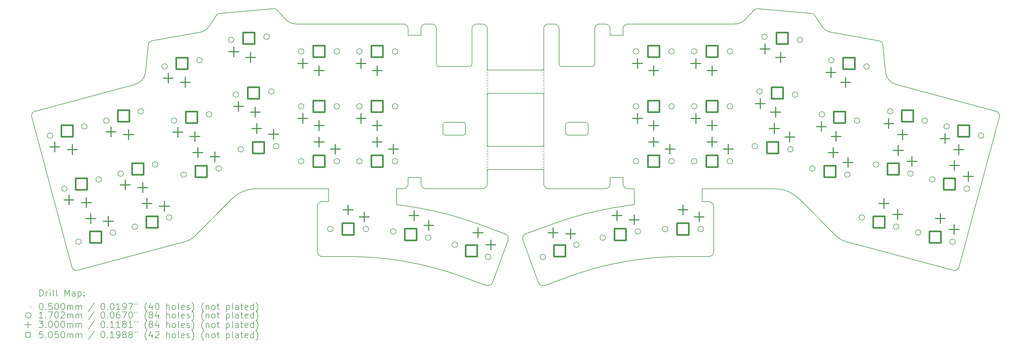
<source format=gbr>
%TF.GenerationSoftware,KiCad,Pcbnew,9.0.7*%
%TF.CreationDate,2026-02-05T22:02:26+07:00*%
%TF.ProjectId,Lapka42,4c61706b-6134-4322-9e6b-696361645f70,rev?*%
%TF.SameCoordinates,Original*%
%TF.FileFunction,Drillmap*%
%TF.FilePolarity,Positive*%
%FSLAX45Y45*%
G04 Gerber Fmt 4.5, Leading zero omitted, Abs format (unit mm)*
G04 Created by KiCad (PCBNEW 9.0.7) date 2026-02-05 22:02:26*
%MOMM*%
%LPD*%
G01*
G04 APERTURE LIST*
%ADD10C,0.200000*%
%ADD11C,0.100000*%
%ADD12C,0.170180*%
%ADD13C,0.300000*%
%ADD14C,0.505000*%
G04 APERTURE END LIST*
D10*
X8250862Y-19276830D02*
G75*
G02*
X8067151Y-19170764I-38822J144890D01*
G01*
X12522556Y-11388128D02*
G75*
G02*
X12635617Y-11319880I126134J-81182D01*
G01*
X24216215Y-11800001D02*
G75*
G02*
X24366215Y-11649995I150005J1D01*
G01*
X24541215Y-11650001D02*
X24366215Y-11650001D01*
X22089652Y-18146526D02*
X22089651Y-18146524D01*
X21451564Y-18146526D02*
X21451565Y-18146524D01*
X18501710Y-17300404D02*
X18861349Y-17363818D01*
X15650000Y-17300001D02*
G75*
G02*
X15800001Y-17150000I150000J1D01*
G01*
X24691215Y-16400001D02*
X25091215Y-16400002D01*
X25441215Y-16750001D02*
X25441215Y-17238048D01*
X14405440Y-11223398D02*
X14666399Y-11505550D01*
X29779636Y-16750001D02*
G75*
G02*
X30523105Y-17058544I4J-1049999D01*
G01*
X22641215Y-16160000D02*
X22641215Y-16600001D01*
X18850001Y-16600002D02*
X18850000Y-16400002D01*
X25241215Y-16750001D02*
G75*
G02*
X25091219Y-16600001I5J150001D01*
G01*
X20900000Y-13800000D02*
X20900000Y-15440000D01*
X6824819Y-14534320D02*
G75*
G02*
X6930887Y-14350610I144891J38820D01*
G01*
X20150001Y-14695002D02*
X19600001Y-14695001D01*
X24016214Y-15020000D02*
G75*
G02*
X23941215Y-15095004I-75005J0D01*
G01*
X20225000Y-15020001D02*
X20225001Y-14770001D01*
X18100001Y-17238048D02*
X18501710Y-17300404D01*
X18300001Y-11650001D02*
G75*
G02*
X18449999Y-11800001I-1J-149999D01*
G01*
X18450000Y-16600001D02*
G75*
G02*
X18300001Y-16750000I-150000J1D01*
G01*
X20750001Y-16750002D02*
X19000001Y-16750002D01*
X31998292Y-18394725D02*
X35290353Y-19276830D01*
X20900001Y-16600001D02*
X20900000Y-16160000D01*
X10342184Y-13134832D02*
G75*
G02*
X10010825Y-13525341I-447834J44162D01*
G01*
X18419688Y-19012167D02*
X18352987Y-19000406D01*
X12635617Y-11319880D02*
X12635616Y-11319880D01*
X25091215Y-11800001D02*
G75*
G02*
X25241215Y-11649995I150005J1D01*
G01*
X30905599Y-11319879D02*
G75*
G02*
X31018657Y-11388130I-13079J-149431D01*
G01*
X22966215Y-11650001D02*
G75*
G02*
X23116209Y-11800001I-6J-149999D01*
G01*
X33199031Y-13134832D02*
X33116967Y-12302575D01*
X25188230Y-19000405D02*
G75*
G02*
X26907354Y-18850001I1719130J-9749685D01*
G01*
X30905599Y-11319879D02*
X29258970Y-11175818D01*
X23391215Y-15095000D02*
X23941215Y-15095001D01*
X15800001Y-17150002D02*
X16000001Y-17150001D01*
X22641215Y-11800001D02*
G75*
G02*
X22791215Y-11650005I149995J1D01*
G01*
X16633862Y-18850002D02*
X15800001Y-18850002D01*
X14996762Y-11650001D02*
X18300001Y-11650001D01*
X18850001Y-11800001D02*
G75*
G02*
X19000001Y-11650001I149999J1D01*
G01*
X26907354Y-18850001D02*
X27741215Y-18850001D01*
X18100001Y-16750001D02*
X18100001Y-17238048D01*
X19325000Y-11800001D02*
X19325001Y-12895001D01*
X10010825Y-13525341D02*
X10010825Y-13525341D01*
X10547477Y-12169573D02*
X12014295Y-11910934D01*
X23191215Y-12970001D02*
G75*
G02*
X23116209Y-12895001I-5J75001D01*
G01*
X22641215Y-11800001D02*
X22641215Y-13080000D01*
X18450001Y-16400001D02*
X18450000Y-16600001D01*
X19600001Y-15095001D02*
G75*
G02*
X19524999Y-15020002I-1J75001D01*
G01*
X19000001Y-16750002D02*
G75*
G02*
X18849998Y-16600002I-1J150002D01*
G01*
X23012984Y-17810459D02*
G75*
G02*
X24679867Y-17363819I3385986J-9302911D01*
G01*
X20225000Y-15020001D02*
G75*
G02*
X20150001Y-15095000I-75000J1D01*
G01*
X20425000Y-12895001D02*
X20425000Y-11800001D01*
X20870126Y-19744000D02*
X20086557Y-19458804D01*
X29135776Y-11223397D02*
G75*
G02*
X29258970Y-11175816I110124J-101853D01*
G01*
X30905599Y-11319879D02*
X30905599Y-11319879D01*
X22791215Y-16750001D02*
G75*
G02*
X22641218Y-16600001I5J150002D01*
G01*
X25039505Y-17300404D02*
X24679867Y-17363819D01*
X30523103Y-17058546D02*
X31661358Y-18199892D01*
X27741215Y-17150001D02*
X27541215Y-17150001D01*
X36610330Y-14350608D02*
X33530391Y-13525341D01*
X24216215Y-11800001D02*
X24216216Y-12895001D01*
X24141215Y-12970001D02*
X23191215Y-12970001D01*
X22641215Y-13800000D02*
X22641215Y-15440000D01*
X31998292Y-18394725D02*
G75*
G02*
X31661357Y-18199893I194118J724455D01*
G01*
X13018113Y-17058545D02*
G75*
G02*
X13761579Y-16750005I743457J-741445D01*
G01*
X20425000Y-11800001D02*
G75*
G02*
X20575001Y-11650000I150000J1D01*
G01*
X12635616Y-11319880D02*
X14282246Y-11175819D01*
X22671090Y-19744000D02*
G75*
G02*
X22478832Y-19654344I-51300J140960D01*
G01*
X27891215Y-18700001D02*
G75*
G02*
X27741215Y-18849995I-149995J1D01*
G01*
X16633862Y-18850002D02*
G75*
G02*
X18352987Y-19000405I-2J-9900108D01*
G01*
X23941215Y-14695001D02*
X23391215Y-14695000D01*
X32993739Y-12169573D02*
G75*
G02*
X33116963Y-12302575I-26049J-147717D01*
G01*
X24216216Y-12895001D02*
G75*
G02*
X24141215Y-12969996I-74996J1D01*
G01*
X23116215Y-12895001D02*
X23116215Y-11800001D01*
X18850000Y-16400002D02*
X18450001Y-16400001D01*
X29135776Y-11223397D02*
X28874817Y-11505550D01*
X31226660Y-11711309D02*
X31018660Y-11388128D01*
X20900000Y-13800000D02*
X22641215Y-13800000D01*
X27541215Y-17150001D02*
X27541215Y-16750001D01*
X24016214Y-15020000D02*
X24016215Y-14770000D01*
X20900000Y-13080000D02*
X22641215Y-13080000D01*
X23012984Y-17810459D02*
X22089651Y-18146524D01*
X10424248Y-12302574D02*
G75*
G02*
X10547477Y-12169573I149282J-14726D01*
G01*
X21062389Y-19654346D02*
X21062390Y-19654347D01*
X23454660Y-19458804D02*
G75*
G02*
X25121527Y-19012166I3385990J-9302916D01*
G01*
X33530391Y-13525341D02*
X33530391Y-13525341D01*
X31526921Y-11910934D02*
G75*
G02*
X31226664Y-11711307I78149J443164D01*
G01*
X16000001Y-17150001D02*
X16000000Y-16750001D01*
X21451564Y-18146526D02*
G75*
G02*
X21541214Y-18338784I-51304J-140954D01*
G01*
X28874817Y-11505550D02*
G75*
G02*
X28544453Y-11649999I-330357J305540D01*
G01*
X25091215Y-16400002D02*
X25091215Y-16600001D01*
X13018113Y-17058545D02*
X11879857Y-18199891D01*
X10342184Y-13134832D02*
X10424248Y-12302574D01*
X18450000Y-12000001D02*
X18850001Y-12000001D01*
X35474065Y-19170764D02*
X36716396Y-14534320D01*
X20575001Y-11650002D02*
X20750001Y-11650002D01*
X22641215Y-15440000D02*
X20900000Y-15440000D01*
X20750001Y-11650002D02*
G75*
G02*
X20899998Y-11800001I-1J-149998D01*
G01*
X21062389Y-19654346D02*
G75*
G02*
X20870126Y-19744000I-140959J51306D01*
G01*
X24691215Y-12000001D02*
X24691215Y-11800001D01*
X22000000Y-18338785D02*
G75*
G02*
X22089650Y-18146522I140960J51305D01*
G01*
X25091215Y-11800001D02*
X25091215Y-12000001D01*
X21541216Y-18338785D02*
X21062390Y-19654347D01*
X19525001Y-14770002D02*
G75*
G02*
X19600001Y-14695001I74999J2D01*
G01*
X22000000Y-18338785D02*
X22478825Y-19654346D01*
X20528232Y-17810459D02*
X21451565Y-18146524D01*
X36610330Y-14350608D02*
G75*
G02*
X36716401Y-14534321I-38820J-144892D01*
G01*
X12314555Y-11711310D02*
X12522556Y-11388128D01*
X27891215Y-18700001D02*
X27891215Y-17300001D01*
X23316215Y-14770001D02*
G75*
G02*
X23391215Y-14694995I75005J1D01*
G01*
X19400000Y-12970002D02*
G75*
G02*
X19324998Y-12895001I0J75002D01*
G01*
X22671090Y-19744000D02*
X23454660Y-19458804D01*
X27741215Y-17150001D02*
G75*
G02*
X27891219Y-17300001I5J-149999D01*
G01*
X35474065Y-19170764D02*
G75*
G02*
X35290354Y-19276825I-144885J38824D01*
G01*
X22478827Y-19654346D02*
X22478825Y-19654346D01*
X19525001Y-14770002D02*
X19525001Y-15020002D01*
X27541215Y-16750001D02*
X29779636Y-16750001D01*
X23941215Y-14695001D02*
G75*
G02*
X24016209Y-14770000I-5J-74999D01*
G01*
X24541215Y-11650001D02*
G75*
G02*
X24691218Y-11800001I5J-149999D01*
G01*
X20425000Y-12895001D02*
G75*
G02*
X20350001Y-12970000I-75000J1D01*
G01*
X19175001Y-11650001D02*
G75*
G02*
X19324999Y-11800001I-1J-149999D01*
G01*
X15800001Y-18850002D02*
G75*
G02*
X15649998Y-18700001I-1J150002D01*
G01*
X15650001Y-18700001D02*
X15650000Y-17300001D01*
X8067151Y-19170765D02*
X6824819Y-14534320D01*
X22791215Y-16750001D02*
X24541215Y-16750001D01*
X18419688Y-19012167D02*
G75*
G02*
X20086557Y-19458804I-1719158J-9749713D01*
G01*
X24691215Y-16600001D02*
X24691215Y-16400001D01*
X20900000Y-11800001D02*
X20900000Y-13080000D01*
X20900001Y-16600001D02*
G75*
G02*
X20750001Y-16750001I-150001J1D01*
G01*
X28544453Y-11650001D02*
X25241215Y-11650001D01*
X23391215Y-15095000D02*
G75*
G02*
X23316210Y-15020001I-5J75000D01*
G01*
X19600001Y-15095001D02*
X20150001Y-15095001D01*
X11542923Y-18394725D02*
X8250862Y-19276830D01*
X19400000Y-12970002D02*
X20350001Y-12970002D01*
X12314555Y-11711310D02*
G75*
G02*
X12014295Y-11910935I-378405J243540D01*
G01*
X25121527Y-19012167D02*
X25188230Y-19000405D01*
X18861349Y-17363818D02*
G75*
G02*
X20528231Y-17810459I-1719119J-9749582D01*
G01*
X32993739Y-12169573D02*
X31526921Y-11910934D01*
X19000001Y-11650001D02*
X19175001Y-11650001D01*
X14996762Y-11650001D02*
G75*
G02*
X14666398Y-11505552I-2J450001D01*
G01*
X22641215Y-16160000D02*
X20900000Y-16160000D01*
X20150001Y-14695002D02*
G75*
G02*
X20224998Y-14770001I-1J-74998D01*
G01*
X16000000Y-16750001D02*
X13761579Y-16750002D01*
X33530391Y-13525341D02*
G75*
G02*
X33199028Y-13134832I116469J434671D01*
G01*
X22966215Y-11650001D02*
X22791215Y-11650001D01*
X23316215Y-14770001D02*
X23316215Y-15020001D01*
X18300001Y-16750001D02*
X18100001Y-16750001D01*
X11879857Y-18199891D02*
G75*
G02*
X11542922Y-18394724I-531047J529611D01*
G01*
X18850001Y-12000001D02*
X18850001Y-11800001D01*
X25091215Y-12000001D02*
X24691215Y-12000001D01*
X25441215Y-17238048D02*
X25039505Y-17300404D01*
X6930886Y-14350608D02*
X10010825Y-13525341D01*
X18450000Y-11800001D02*
X18450000Y-12000001D01*
X24691215Y-16600001D02*
G75*
G02*
X24541215Y-16749995I-149995J1D01*
G01*
X14282246Y-11175819D02*
G75*
G02*
X14405441Y-11223397I13074J-149431D01*
G01*
X25241215Y-16750001D02*
X25441215Y-16750001D01*
D11*
X20875000Y-13055000D02*
X20925000Y-13105000D01*
X20925000Y-13055000D02*
X20875000Y-13105000D01*
X20875000Y-13135000D02*
X20925000Y-13185000D01*
X20925000Y-13135000D02*
X20875000Y-13185000D01*
X20875000Y-13215000D02*
X20925000Y-13265000D01*
X20925000Y-13215000D02*
X20875000Y-13265000D01*
X20875000Y-13295000D02*
X20925000Y-13345000D01*
X20925000Y-13295000D02*
X20875000Y-13345000D01*
X20875000Y-13375000D02*
X20925000Y-13425000D01*
X20925000Y-13375000D02*
X20875000Y-13425000D01*
X20875000Y-13455000D02*
X20925000Y-13505000D01*
X20925000Y-13455000D02*
X20875000Y-13505000D01*
X20875000Y-13535000D02*
X20925000Y-13585000D01*
X20925000Y-13535000D02*
X20875000Y-13585000D01*
X20875000Y-13615000D02*
X20925000Y-13665000D01*
X20925000Y-13615000D02*
X20875000Y-13665000D01*
X20875000Y-13695000D02*
X20925000Y-13745000D01*
X20925000Y-13695000D02*
X20875000Y-13745000D01*
X20875000Y-13775000D02*
X20925000Y-13825000D01*
X20925000Y-13775000D02*
X20875000Y-13825000D01*
X20875000Y-15415000D02*
X20925000Y-15465000D01*
X20925000Y-15415000D02*
X20875000Y-15465000D01*
X20875000Y-15495000D02*
X20925000Y-15545000D01*
X20925000Y-15495000D02*
X20875000Y-15545000D01*
X20875000Y-15575000D02*
X20925000Y-15625000D01*
X20925000Y-15575000D02*
X20875000Y-15625000D01*
X20875000Y-15655000D02*
X20925000Y-15705000D01*
X20925000Y-15655000D02*
X20875000Y-15705000D01*
X20875000Y-15735000D02*
X20925000Y-15785000D01*
X20925000Y-15735000D02*
X20875000Y-15785000D01*
X20875000Y-15815000D02*
X20925000Y-15865000D01*
X20925000Y-15815000D02*
X20875000Y-15865000D01*
X20875000Y-15895000D02*
X20925000Y-15945000D01*
X20925000Y-15895000D02*
X20875000Y-15945000D01*
X20875000Y-15975000D02*
X20925000Y-16025000D01*
X20925000Y-15975000D02*
X20875000Y-16025000D01*
X20875000Y-16055000D02*
X20925000Y-16105000D01*
X20925000Y-16055000D02*
X20875000Y-16105000D01*
X20875000Y-16135000D02*
X20925000Y-16185000D01*
X20925000Y-16135000D02*
X20875000Y-16185000D01*
X22613785Y-15415000D02*
X22663785Y-15465000D01*
X22663785Y-15415000D02*
X22613785Y-15465000D01*
X22613785Y-15495000D02*
X22663785Y-15545000D01*
X22663785Y-15495000D02*
X22613785Y-15545000D01*
X22613785Y-15575000D02*
X22663785Y-15625000D01*
X22663785Y-15575000D02*
X22613785Y-15625000D01*
X22613785Y-15655000D02*
X22663785Y-15705000D01*
X22663785Y-15655000D02*
X22613785Y-15705000D01*
X22613785Y-15735000D02*
X22663785Y-15785000D01*
X22663785Y-15735000D02*
X22613785Y-15785000D01*
X22615000Y-13055000D02*
X22665000Y-13105000D01*
X22665000Y-13055000D02*
X22615000Y-13105000D01*
X22615000Y-13135000D02*
X22665000Y-13185000D01*
X22665000Y-13135000D02*
X22615000Y-13185000D01*
X22615000Y-13215000D02*
X22665000Y-13265000D01*
X22665000Y-13215000D02*
X22615000Y-13265000D01*
X22615000Y-13295000D02*
X22665000Y-13345000D01*
X22665000Y-13295000D02*
X22615000Y-13345000D01*
X22615000Y-13375000D02*
X22665000Y-13425000D01*
X22665000Y-13375000D02*
X22615000Y-13425000D01*
X22615000Y-15815000D02*
X22665000Y-15865000D01*
X22665000Y-15815000D02*
X22615000Y-15865000D01*
X22615000Y-15895000D02*
X22665000Y-15945000D01*
X22665000Y-15895000D02*
X22615000Y-15945000D01*
X22615000Y-15975000D02*
X22665000Y-16025000D01*
X22665000Y-15975000D02*
X22615000Y-16025000D01*
X22615000Y-16055000D02*
X22665000Y-16105000D01*
X22665000Y-16055000D02*
X22615000Y-16105000D01*
X22615000Y-16135000D02*
X22665000Y-16185000D01*
X22665000Y-16135000D02*
X22615000Y-16185000D01*
X22616215Y-13455000D02*
X22666215Y-13505000D01*
X22666215Y-13455000D02*
X22616215Y-13505000D01*
X22616215Y-13535000D02*
X22666215Y-13585000D01*
X22666215Y-13535000D02*
X22616215Y-13585000D01*
X22616215Y-13615000D02*
X22666215Y-13665000D01*
X22666215Y-13615000D02*
X22616215Y-13665000D01*
X22616215Y-13695000D02*
X22666215Y-13745000D01*
X22666215Y-13695000D02*
X22616215Y-13745000D01*
X22616215Y-13775000D02*
X22666215Y-13825000D01*
X22666215Y-13775000D02*
X22616215Y-13825000D01*
D12*
X7477453Y-15106939D02*
G75*
G02*
X7307273Y-15106939I-85090J0D01*
G01*
X7307273Y-15106939D02*
G75*
G02*
X7477453Y-15106939I85090J0D01*
G01*
X7917445Y-16749013D02*
G75*
G02*
X7747265Y-16749013I-85090J0D01*
G01*
X7747265Y-16749013D02*
G75*
G02*
X7917445Y-16749013I85090J0D01*
G01*
X8357437Y-18391087D02*
G75*
G02*
X8187257Y-18391087I-85090J0D01*
G01*
X8187257Y-18391087D02*
G75*
G02*
X8357437Y-18391087I85090J0D01*
G01*
X8539971Y-14822238D02*
G75*
G02*
X8369791Y-14822238I-85090J0D01*
G01*
X8369791Y-14822238D02*
G75*
G02*
X8539971Y-14822238I85090J0D01*
G01*
X8979963Y-16464312D02*
G75*
G02*
X8809783Y-16464312I-85090J0D01*
G01*
X8809783Y-16464312D02*
G75*
G02*
X8979963Y-16464312I85090J0D01*
G01*
X9216119Y-14641065D02*
G75*
G02*
X9045939Y-14641065I-85090J0D01*
G01*
X9045939Y-14641065D02*
G75*
G02*
X9216119Y-14641065I85090J0D01*
G01*
X9419955Y-18106386D02*
G75*
G02*
X9249775Y-18106386I-85090J0D01*
G01*
X9249775Y-18106386D02*
G75*
G02*
X9419955Y-18106386I85090J0D01*
G01*
X9656112Y-16283139D02*
G75*
G02*
X9485932Y-16283139I-85090J0D01*
G01*
X9485932Y-16283139D02*
G75*
G02*
X9656112Y-16283139I85090J0D01*
G01*
X10096104Y-17925213D02*
G75*
G02*
X9925924Y-17925213I-85090J0D01*
G01*
X9925924Y-17925213D02*
G75*
G02*
X10096104Y-17925213I85090J0D01*
G01*
X10278638Y-14356364D02*
G75*
G02*
X10108458Y-14356364I-85090J0D01*
G01*
X10108458Y-14356364D02*
G75*
G02*
X10278638Y-14356364I85090J0D01*
G01*
X10718630Y-15998438D02*
G75*
G02*
X10548450Y-15998438I-85090J0D01*
G01*
X10548450Y-15998438D02*
G75*
G02*
X10718630Y-15998438I85090J0D01*
G01*
X11012787Y-12965641D02*
G75*
G02*
X10842607Y-12965641I-85090J0D01*
G01*
X10842607Y-12965641D02*
G75*
G02*
X11012787Y-12965641I85090J0D01*
G01*
X11158622Y-17640512D02*
G75*
G02*
X10988442Y-17640512I-85090J0D01*
G01*
X10988442Y-17640512D02*
G75*
G02*
X11158622Y-17640512I85090J0D01*
G01*
X11307989Y-14639815D02*
G75*
G02*
X11137809Y-14639815I-85090J0D01*
G01*
X11137809Y-14639815D02*
G75*
G02*
X11307989Y-14639815I85090J0D01*
G01*
X11603191Y-16313988D02*
G75*
G02*
X11433011Y-16313988I-85090J0D01*
G01*
X11433011Y-16313988D02*
G75*
G02*
X11603191Y-16313988I85090J0D01*
G01*
X12096076Y-12774628D02*
G75*
G02*
X11925896Y-12774628I-85090J0D01*
G01*
X11925896Y-12774628D02*
G75*
G02*
X12096076Y-12774628I85090J0D01*
G01*
X12391278Y-14448802D02*
G75*
G02*
X12221098Y-14448802I-85090J0D01*
G01*
X12221098Y-14448802D02*
G75*
G02*
X12391278Y-14448802I85090J0D01*
G01*
X12686480Y-16122975D02*
G75*
G02*
X12516300Y-16122975I-85090J0D01*
G01*
X12516300Y-16122975D02*
G75*
G02*
X12686480Y-16122975I85090J0D01*
G01*
X13070196Y-12142549D02*
G75*
G02*
X12900016Y-12142549I-85090J0D01*
G01*
X12900016Y-12142549D02*
G75*
G02*
X13070196Y-12142549I85090J0D01*
G01*
X13218360Y-13836079D02*
G75*
G02*
X13048180Y-13836079I-85090J0D01*
G01*
X13048180Y-13836079D02*
G75*
G02*
X13218360Y-13836079I85090J0D01*
G01*
X13366525Y-15529610D02*
G75*
G02*
X13196345Y-15529610I-85090J0D01*
G01*
X13196345Y-15529610D02*
G75*
G02*
X13366525Y-15529610I85090J0D01*
G01*
X14166010Y-12046677D02*
G75*
G02*
X13995830Y-12046677I-85090J0D01*
G01*
X13995830Y-12046677D02*
G75*
G02*
X14166010Y-12046677I85090J0D01*
G01*
X14314174Y-13740208D02*
G75*
G02*
X14143994Y-13740208I-85090J0D01*
G01*
X14143994Y-13740208D02*
G75*
G02*
X14314174Y-13740208I85090J0D01*
G01*
X14462339Y-15433739D02*
G75*
G02*
X14292159Y-15433739I-85090J0D01*
G01*
X14292159Y-15433739D02*
G75*
G02*
X14462339Y-15433739I85090J0D01*
G01*
X15235090Y-12500000D02*
G75*
G02*
X15064910Y-12500000I-85090J0D01*
G01*
X15064910Y-12500000D02*
G75*
G02*
X15235090Y-12500000I85090J0D01*
G01*
X15235090Y-15900000D02*
G75*
G02*
X15064910Y-15900000I-85090J0D01*
G01*
X15064910Y-15900000D02*
G75*
G02*
X15235090Y-15900000I85090J0D01*
G01*
X15235090Y-14200000D02*
G75*
G02*
X15064910Y-14200000I-85090J0D01*
G01*
X15064910Y-14200000D02*
G75*
G02*
X15235090Y-14200000I85090J0D01*
G01*
X16135090Y-18000001D02*
G75*
G02*
X15964910Y-18000001I-85090J0D01*
G01*
X15964910Y-18000001D02*
G75*
G02*
X16135090Y-18000001I85090J0D01*
G01*
X16335090Y-12500000D02*
G75*
G02*
X16164910Y-12500000I-85090J0D01*
G01*
X16164910Y-12500000D02*
G75*
G02*
X16335090Y-12500000I85090J0D01*
G01*
X16335090Y-15900000D02*
G75*
G02*
X16164910Y-15900000I-85090J0D01*
G01*
X16164910Y-15900000D02*
G75*
G02*
X16335090Y-15900000I85090J0D01*
G01*
X16335090Y-14200000D02*
G75*
G02*
X16164910Y-14200000I-85090J0D01*
G01*
X16164910Y-14200000D02*
G75*
G02*
X16335090Y-14200000I85090J0D01*
G01*
X17035089Y-14200000D02*
G75*
G02*
X16864909Y-14200000I-85090J0D01*
G01*
X16864909Y-14200000D02*
G75*
G02*
X17035089Y-14200000I85090J0D01*
G01*
X17035090Y-12500000D02*
G75*
G02*
X16864910Y-12500000I-85090J0D01*
G01*
X16864910Y-12500000D02*
G75*
G02*
X17035090Y-12500000I85090J0D01*
G01*
X17035090Y-15900000D02*
G75*
G02*
X16864910Y-15900000I-85090J0D01*
G01*
X16864910Y-15900000D02*
G75*
G02*
X17035090Y-15900000I85090J0D01*
G01*
X17235090Y-18000001D02*
G75*
G02*
X17064910Y-18000001I-85090J0D01*
G01*
X17064910Y-18000001D02*
G75*
G02*
X17235090Y-18000001I85090J0D01*
G01*
X18077374Y-18073691D02*
G75*
G02*
X17907194Y-18073691I-85090J0D01*
G01*
X17907194Y-18073691D02*
G75*
G02*
X18077374Y-18073691I85090J0D01*
G01*
X18135089Y-14200000D02*
G75*
G02*
X17964909Y-14200000I-85090J0D01*
G01*
X17964909Y-14200000D02*
G75*
G02*
X18135089Y-14200000I85090J0D01*
G01*
X18135090Y-12500000D02*
G75*
G02*
X17964910Y-12500000I-85090J0D01*
G01*
X17964910Y-12500000D02*
G75*
G02*
X18135090Y-12500000I85090J0D01*
G01*
X18135090Y-15900000D02*
G75*
G02*
X17964910Y-15900000I-85090J0D01*
G01*
X17964910Y-15900000D02*
G75*
G02*
X18135090Y-15900000I85090J0D01*
G01*
X19160662Y-18264704D02*
G75*
G02*
X18990482Y-18264704I-85090J0D01*
G01*
X18990482Y-18264704D02*
G75*
G02*
X19160662Y-18264704I85090J0D01*
G01*
X19977354Y-18483535D02*
G75*
G02*
X19807174Y-18483535I-85090J0D01*
G01*
X19807174Y-18483535D02*
G75*
G02*
X19977354Y-18483535I85090J0D01*
G01*
X21011016Y-18859757D02*
G75*
G02*
X20840836Y-18859757I-85090J0D01*
G01*
X20840836Y-18859757D02*
G75*
G02*
X21011016Y-18859757I85090J0D01*
G01*
X22700380Y-18859758D02*
G75*
G02*
X22530200Y-18859758I-85090J0D01*
G01*
X22530200Y-18859758D02*
G75*
G02*
X22700380Y-18859758I85090J0D01*
G01*
X23734042Y-18483536D02*
G75*
G02*
X23563862Y-18483536I-85090J0D01*
G01*
X23563862Y-18483536D02*
G75*
G02*
X23734042Y-18483536I85090J0D01*
G01*
X24550733Y-18264704D02*
G75*
G02*
X24380553Y-18264704I-85090J0D01*
G01*
X24380553Y-18264704D02*
G75*
G02*
X24550733Y-18264704I85090J0D01*
G01*
X25576305Y-15900000D02*
G75*
G02*
X25406125Y-15900000I-85090J0D01*
G01*
X25406125Y-15900000D02*
G75*
G02*
X25576305Y-15900000I85090J0D01*
G01*
X25576305Y-12500001D02*
G75*
G02*
X25406125Y-12500001I-85090J0D01*
G01*
X25406125Y-12500001D02*
G75*
G02*
X25576305Y-12500001I85090J0D01*
G01*
X25576306Y-14200001D02*
G75*
G02*
X25406126Y-14200001I-85090J0D01*
G01*
X25406126Y-14200001D02*
G75*
G02*
X25576306Y-14200001I85090J0D01*
G01*
X25634022Y-18073691D02*
G75*
G02*
X25463842Y-18073691I-85090J0D01*
G01*
X25463842Y-18073691D02*
G75*
G02*
X25634022Y-18073691I85090J0D01*
G01*
X26476306Y-18000001D02*
G75*
G02*
X26306126Y-18000001I-85090J0D01*
G01*
X26306126Y-18000001D02*
G75*
G02*
X26476306Y-18000001I85090J0D01*
G01*
X26676305Y-15900000D02*
G75*
G02*
X26506125Y-15900000I-85090J0D01*
G01*
X26506125Y-15900000D02*
G75*
G02*
X26676305Y-15900000I85090J0D01*
G01*
X26676305Y-12500001D02*
G75*
G02*
X26506125Y-12500001I-85090J0D01*
G01*
X26506125Y-12500001D02*
G75*
G02*
X26676305Y-12500001I85090J0D01*
G01*
X26676306Y-14200001D02*
G75*
G02*
X26506126Y-14200001I-85090J0D01*
G01*
X26506126Y-14200001D02*
G75*
G02*
X26676306Y-14200001I85090J0D01*
G01*
X27376305Y-12500001D02*
G75*
G02*
X27206125Y-12500001I-85090J0D01*
G01*
X27206125Y-12500001D02*
G75*
G02*
X27376305Y-12500001I85090J0D01*
G01*
X27376305Y-15900000D02*
G75*
G02*
X27206125Y-15900000I-85090J0D01*
G01*
X27206125Y-15900000D02*
G75*
G02*
X27376305Y-15900000I85090J0D01*
G01*
X27376305Y-14200001D02*
G75*
G02*
X27206125Y-14200001I-85090J0D01*
G01*
X27206125Y-14200001D02*
G75*
G02*
X27376305Y-14200001I85090J0D01*
G01*
X27576306Y-18000001D02*
G75*
G02*
X27406126Y-18000001I-85090J0D01*
G01*
X27406126Y-18000001D02*
G75*
G02*
X27576306Y-18000001I85090J0D01*
G01*
X28476305Y-12500001D02*
G75*
G02*
X28306125Y-12500001I-85090J0D01*
G01*
X28306125Y-12500001D02*
G75*
G02*
X28476305Y-12500001I85090J0D01*
G01*
X28476305Y-15900000D02*
G75*
G02*
X28306125Y-15900000I-85090J0D01*
G01*
X28306125Y-15900000D02*
G75*
G02*
X28476305Y-15900000I85090J0D01*
G01*
X28476305Y-14200001D02*
G75*
G02*
X28306125Y-14200001I-85090J0D01*
G01*
X28306125Y-14200001D02*
G75*
G02*
X28476305Y-14200001I85090J0D01*
G01*
X29249057Y-15433739D02*
G75*
G02*
X29078877Y-15433739I-85090J0D01*
G01*
X29078877Y-15433739D02*
G75*
G02*
X29249057Y-15433739I85090J0D01*
G01*
X29397222Y-13740208D02*
G75*
G02*
X29227042Y-13740208I-85090J0D01*
G01*
X29227042Y-13740208D02*
G75*
G02*
X29397222Y-13740208I85090J0D01*
G01*
X29545386Y-12046678D02*
G75*
G02*
X29375206Y-12046678I-85090J0D01*
G01*
X29375206Y-12046678D02*
G75*
G02*
X29545386Y-12046678I85090J0D01*
G01*
X30344871Y-15529611D02*
G75*
G02*
X30174691Y-15529611I-85090J0D01*
G01*
X30174691Y-15529611D02*
G75*
G02*
X30344871Y-15529611I85090J0D01*
G01*
X30493036Y-13836080D02*
G75*
G02*
X30322856Y-13836080I-85090J0D01*
G01*
X30322856Y-13836080D02*
G75*
G02*
X30493036Y-13836080I85090J0D01*
G01*
X30641200Y-12142549D02*
G75*
G02*
X30471020Y-12142549I-85090J0D01*
G01*
X30471020Y-12142549D02*
G75*
G02*
X30641200Y-12142549I85090J0D01*
G01*
X31024916Y-16122976D02*
G75*
G02*
X30854736Y-16122976I-85090J0D01*
G01*
X30854736Y-16122976D02*
G75*
G02*
X31024916Y-16122976I85090J0D01*
G01*
X31320118Y-14448802D02*
G75*
G02*
X31149938Y-14448802I-85090J0D01*
G01*
X31149938Y-14448802D02*
G75*
G02*
X31320118Y-14448802I85090J0D01*
G01*
X31615320Y-12774628D02*
G75*
G02*
X31445140Y-12774628I-85090J0D01*
G01*
X31445140Y-12774628D02*
G75*
G02*
X31615320Y-12774628I85090J0D01*
G01*
X32108204Y-16313989D02*
G75*
G02*
X31938024Y-16313989I-85090J0D01*
G01*
X31938024Y-16313989D02*
G75*
G02*
X32108204Y-16313989I85090J0D01*
G01*
X32403406Y-14639815D02*
G75*
G02*
X32233226Y-14639815I-85090J0D01*
G01*
X32233226Y-14639815D02*
G75*
G02*
X32403406Y-14639815I85090J0D01*
G01*
X32552773Y-17640512D02*
G75*
G02*
X32382593Y-17640512I-85090J0D01*
G01*
X32382593Y-17640512D02*
G75*
G02*
X32552773Y-17640512I85090J0D01*
G01*
X32698609Y-12965641D02*
G75*
G02*
X32528429Y-12965641I-85090J0D01*
G01*
X32528429Y-12965641D02*
G75*
G02*
X32698609Y-12965641I85090J0D01*
G01*
X32992766Y-15998439D02*
G75*
G02*
X32822586Y-15998439I-85090J0D01*
G01*
X32822586Y-15998439D02*
G75*
G02*
X32992766Y-15998439I85090J0D01*
G01*
X33432758Y-14356365D02*
G75*
G02*
X33262578Y-14356365I-85090J0D01*
G01*
X33262578Y-14356365D02*
G75*
G02*
X33432758Y-14356365I85090J0D01*
G01*
X33615292Y-17925213D02*
G75*
G02*
X33445112Y-17925213I-85090J0D01*
G01*
X33445112Y-17925213D02*
G75*
G02*
X33615292Y-17925213I85090J0D01*
G01*
X34055284Y-16283140D02*
G75*
G02*
X33885104Y-16283140I-85090J0D01*
G01*
X33885104Y-16283140D02*
G75*
G02*
X34055284Y-16283140I85090J0D01*
G01*
X34291439Y-18106387D02*
G75*
G02*
X34121259Y-18106387I-85090J0D01*
G01*
X34121259Y-18106387D02*
G75*
G02*
X34291439Y-18106387I85090J0D01*
G01*
X34495277Y-14641066D02*
G75*
G02*
X34325097Y-14641066I-85090J0D01*
G01*
X34325097Y-14641066D02*
G75*
G02*
X34495277Y-14641066I85090J0D01*
G01*
X34731432Y-16464313D02*
G75*
G02*
X34561252Y-16464313I-85090J0D01*
G01*
X34561252Y-16464313D02*
G75*
G02*
X34731432Y-16464313I85090J0D01*
G01*
X35171425Y-14822239D02*
G75*
G02*
X35001245Y-14822239I-85090J0D01*
G01*
X35001245Y-14822239D02*
G75*
G02*
X35171425Y-14822239I85090J0D01*
G01*
X35353958Y-18391088D02*
G75*
G02*
X35183778Y-18391088I-85090J0D01*
G01*
X35183778Y-18391088D02*
G75*
G02*
X35353958Y-18391088I85090J0D01*
G01*
X35793951Y-16749014D02*
G75*
G02*
X35623771Y-16749014I-85090J0D01*
G01*
X35623771Y-16749014D02*
G75*
G02*
X35793951Y-16749014I85090J0D01*
G01*
X36233944Y-15106940D02*
G75*
G02*
X36063764Y-15106940I-85090J0D01*
G01*
X36063764Y-15106940D02*
G75*
G02*
X36233944Y-15106940I85090J0D01*
G01*
D13*
X7537716Y-15306220D02*
X7537716Y-15606220D01*
X7387716Y-15456220D02*
X7687716Y-15456220D01*
X7977708Y-16948295D02*
X7977708Y-17248295D01*
X7827708Y-17098295D02*
X8127708Y-17098295D01*
X8077619Y-15389314D02*
X8077619Y-15689314D01*
X7927619Y-15539314D02*
X8227619Y-15539314D01*
X8517611Y-17031389D02*
X8517611Y-17331389D01*
X8367611Y-17181389D02*
X8667611Y-17181389D01*
X8649609Y-17524011D02*
X8649609Y-17824011D01*
X8499609Y-17674011D02*
X8799609Y-17674011D01*
X9189512Y-17607105D02*
X9189512Y-17907105D01*
X9039512Y-17757105D02*
X9339512Y-17757105D01*
X9276383Y-14840346D02*
X9276383Y-15140346D01*
X9126383Y-14990346D02*
X9426383Y-14990346D01*
X9716375Y-16482420D02*
X9716375Y-16782420D01*
X9566375Y-16632420D02*
X9866375Y-16632420D01*
X9816286Y-14923440D02*
X9816286Y-15223440D01*
X9666286Y-15073440D02*
X9966286Y-15073440D01*
X10256278Y-16565514D02*
X10256278Y-16865515D01*
X10106278Y-16715514D02*
X10406278Y-16715514D01*
X10388276Y-17058136D02*
X10388276Y-17358136D01*
X10238276Y-17208136D02*
X10538276Y-17208136D01*
X10928179Y-17141231D02*
X10928179Y-17441231D01*
X10778179Y-17291231D02*
X11078179Y-17291231D01*
X11042055Y-13176262D02*
X11042055Y-13476262D01*
X10892055Y-13326262D02*
X11192055Y-13326262D01*
X11337257Y-14850435D02*
X11337257Y-15150435D01*
X11187257Y-15000435D02*
X11487257Y-15000435D01*
X11572662Y-13306096D02*
X11572662Y-13606096D01*
X11422662Y-13456096D02*
X11722662Y-13456096D01*
X11867864Y-14980269D02*
X11867864Y-15280269D01*
X11717864Y-15130269D02*
X12017864Y-15130269D01*
X11956425Y-15482521D02*
X11956425Y-15782521D01*
X11806425Y-15632521D02*
X12106425Y-15632521D01*
X12487032Y-15612354D02*
X12487032Y-15912354D01*
X12337032Y-15762354D02*
X12637032Y-15762354D01*
X13067599Y-12361764D02*
X13067599Y-12661764D01*
X12917599Y-12511764D02*
X13217599Y-12511764D01*
X13215763Y-14055294D02*
X13215763Y-14355294D01*
X13065763Y-14205294D02*
X13365763Y-14205294D01*
X13584871Y-12537349D02*
X13584871Y-12837349D01*
X13434871Y-12687349D02*
X13734871Y-12687349D01*
X13733035Y-14230879D02*
X13733035Y-14530879D01*
X13583035Y-14380879D02*
X13883035Y-14380879D01*
X13777484Y-14738939D02*
X13777484Y-15038939D01*
X13627484Y-14888939D02*
X13927484Y-14888939D01*
X14294756Y-14914524D02*
X14294756Y-15214524D01*
X14144756Y-15064524D02*
X14444756Y-15064524D01*
X15200000Y-12725000D02*
X15200000Y-13025000D01*
X15050000Y-12875000D02*
X15350000Y-12875000D01*
X15200000Y-14425000D02*
X15200000Y-14725000D01*
X15050000Y-14575000D02*
X15350000Y-14575000D01*
X15699999Y-15155000D02*
X15699999Y-15455000D01*
X15549999Y-15305000D02*
X15849999Y-15305000D01*
X15700000Y-12945000D02*
X15700000Y-13245000D01*
X15550000Y-13095000D02*
X15850000Y-13095000D01*
X15700000Y-14645001D02*
X15700000Y-14945001D01*
X15550000Y-14795001D02*
X15850000Y-14795001D01*
X16200000Y-15375000D02*
X16200000Y-15675000D01*
X16050000Y-15525000D02*
X16350000Y-15525000D01*
X16600000Y-17255001D02*
X16600000Y-17555001D01*
X16450000Y-17405001D02*
X16750000Y-17405001D01*
X16999999Y-14425000D02*
X16999999Y-14725000D01*
X16849999Y-14575000D02*
X17149999Y-14575000D01*
X17000000Y-12725000D02*
X17000000Y-13025000D01*
X16850000Y-12875000D02*
X17150000Y-12875000D01*
X17100001Y-17475001D02*
X17100001Y-17775001D01*
X16950001Y-17625001D02*
X17250001Y-17625001D01*
X17499999Y-14645001D02*
X17499999Y-14945001D01*
X17349999Y-14795001D02*
X17649999Y-14795001D01*
X17500000Y-15155001D02*
X17500000Y-15455001D01*
X17350000Y-15305001D02*
X17650000Y-15305001D01*
X17500000Y-12945000D02*
X17500000Y-13245000D01*
X17350000Y-13095000D02*
X17650000Y-13095000D01*
X18000001Y-15375001D02*
X18000001Y-15675001D01*
X17850001Y-15525001D02*
X18150001Y-15525001D01*
X18637248Y-17433237D02*
X18637248Y-17733237D01*
X18487248Y-17583237D02*
X18787248Y-17583237D01*
X19091450Y-17736719D02*
X19091450Y-18036719D01*
X18941450Y-17886719D02*
X19241450Y-17886719D01*
X20612596Y-17962529D02*
X20612596Y-18262529D01*
X20462596Y-18112529D02*
X20762596Y-18112529D01*
X21007199Y-18340272D02*
X21007199Y-18640272D01*
X20857199Y-18490272D02*
X21157199Y-18490272D01*
X22928619Y-17962530D02*
X22928619Y-18262530D01*
X22778619Y-18112530D02*
X23078619Y-18112530D01*
X23473710Y-17998252D02*
X23473710Y-18298252D01*
X23323710Y-18148252D02*
X23623710Y-18148252D01*
X24903967Y-17433237D02*
X24903967Y-17733237D01*
X24753967Y-17583237D02*
X25053967Y-17583237D01*
X25434573Y-17563071D02*
X25434573Y-17863071D01*
X25284573Y-17713071D02*
X25584573Y-17713071D01*
X25541215Y-12725001D02*
X25541215Y-13025001D01*
X25391215Y-12875001D02*
X25691215Y-12875001D01*
X25541216Y-14425001D02*
X25541216Y-14725001D01*
X25391216Y-14575001D02*
X25691216Y-14575001D01*
X26041215Y-15155000D02*
X26041215Y-15455000D01*
X25891215Y-15305000D02*
X26191215Y-15305000D01*
X26041215Y-12945001D02*
X26041215Y-13245001D01*
X25891215Y-13095001D02*
X26191215Y-13095001D01*
X26041216Y-14645001D02*
X26041216Y-14945001D01*
X25891216Y-14795001D02*
X26191216Y-14795001D01*
X26541215Y-15375000D02*
X26541215Y-15675000D01*
X26391215Y-15525000D02*
X26691215Y-15525000D01*
X26941216Y-17255001D02*
X26941216Y-17555001D01*
X26791216Y-17405001D02*
X27091216Y-17405001D01*
X27341215Y-12725001D02*
X27341215Y-13025001D01*
X27191215Y-12875001D02*
X27491215Y-12875001D01*
X27341215Y-14425001D02*
X27341215Y-14725001D01*
X27191215Y-14575001D02*
X27491215Y-14575001D01*
X27441216Y-17475001D02*
X27441216Y-17775001D01*
X27291216Y-17625001D02*
X27591216Y-17625001D01*
X27841215Y-12945001D02*
X27841215Y-13245001D01*
X27691215Y-13095001D02*
X27991215Y-13095001D01*
X27841215Y-15155000D02*
X27841215Y-15455000D01*
X27691215Y-15305000D02*
X27991215Y-15305000D01*
X27841215Y-14645001D02*
X27841215Y-14945001D01*
X27691215Y-14795001D02*
X27991215Y-14795001D01*
X28341215Y-15375000D02*
X28341215Y-15675000D01*
X28191215Y-15525000D02*
X28491215Y-15525000D01*
X29329258Y-13968139D02*
X29329258Y-14268139D01*
X29179258Y-14118139D02*
X29479258Y-14118139D01*
X29477422Y-12274608D02*
X29477422Y-12574608D01*
X29327422Y-12424608D02*
X29627422Y-12424608D01*
X29763732Y-14738939D02*
X29763732Y-15038939D01*
X29613732Y-14888939D02*
X29913732Y-14888939D01*
X29808181Y-14230880D02*
X29808181Y-14530880D01*
X29658181Y-14380880D02*
X29958181Y-14380880D01*
X29956345Y-12537349D02*
X29956345Y-12837349D01*
X29806345Y-12687349D02*
X30106345Y-12687349D01*
X30242655Y-15001680D02*
X30242655Y-15301680D01*
X30092655Y-15151680D02*
X30392655Y-15151680D01*
X31219150Y-14676787D02*
X31219150Y-14976787D01*
X31069150Y-14826787D02*
X31369150Y-14826787D01*
X31514352Y-13002614D02*
X31514352Y-13302614D01*
X31364352Y-13152614D02*
X31664352Y-13152614D01*
X31584791Y-15482522D02*
X31584791Y-15782522D01*
X31434791Y-15632522D02*
X31734791Y-15632522D01*
X31673351Y-14980269D02*
X31673351Y-15280269D01*
X31523351Y-15130269D02*
X31823351Y-15130269D01*
X31968554Y-13306096D02*
X31968554Y-13606096D01*
X31818554Y-13456096D02*
X32118554Y-13456096D01*
X32038992Y-15786003D02*
X32038992Y-16086003D01*
X31888992Y-15936003D02*
X32188992Y-15936003D01*
X33152940Y-17058137D02*
X33152940Y-17358137D01*
X33002940Y-17208137D02*
X33302940Y-17208137D01*
X33298907Y-14581528D02*
X33298907Y-14881528D01*
X33148907Y-14731528D02*
X33448907Y-14731528D01*
X33578963Y-17400050D02*
X33578963Y-17700050D01*
X33428962Y-17550050D02*
X33728963Y-17550050D01*
X33592933Y-15416064D02*
X33592933Y-15716064D01*
X33442932Y-15566064D02*
X33742933Y-15566064D01*
X33724930Y-14923441D02*
X33724930Y-15223441D01*
X33574930Y-15073441D02*
X33874930Y-15073441D01*
X34018955Y-15757977D02*
X34018955Y-16057977D01*
X33868955Y-15907977D02*
X34168955Y-15907977D01*
X34891606Y-17524012D02*
X34891606Y-17824012D01*
X34741606Y-17674012D02*
X35041606Y-17674012D01*
X35037574Y-15047402D02*
X35037574Y-15347402D01*
X34887574Y-15197402D02*
X35187574Y-15197402D01*
X35317629Y-17865925D02*
X35317629Y-18165925D01*
X35167629Y-18015925D02*
X35467629Y-18015925D01*
X35331599Y-15881937D02*
X35331599Y-16181937D01*
X35181599Y-16031937D02*
X35481599Y-16031937D01*
X35463597Y-15389316D02*
X35463597Y-15689316D01*
X35313597Y-15539316D02*
X35613597Y-15539316D01*
X35757622Y-16223851D02*
X35757622Y-16523851D01*
X35607622Y-16373851D02*
X35907622Y-16373851D01*
D14*
X8102168Y-15143135D02*
X8102168Y-14786042D01*
X7745076Y-14786042D01*
X7745076Y-15143135D01*
X8102168Y-15143135D01*
X8542160Y-16785209D02*
X8542160Y-16428117D01*
X8185068Y-16428117D01*
X8185068Y-16785209D01*
X8542160Y-16785209D01*
X8982152Y-18427283D02*
X8982152Y-18070191D01*
X8625060Y-18070191D01*
X8625060Y-18427283D01*
X8982152Y-18427283D01*
X9840835Y-14677261D02*
X9840835Y-14320168D01*
X9483742Y-14320168D01*
X9483742Y-14677261D01*
X9840835Y-14677261D01*
X10280827Y-16319335D02*
X10280827Y-15962242D01*
X9923735Y-15962242D01*
X9923735Y-16319335D01*
X10280827Y-16319335D01*
X10720819Y-17961409D02*
X10720819Y-17604316D01*
X10363727Y-17604316D01*
X10363727Y-17961409D01*
X10720819Y-17961409D01*
X11647888Y-13048681D02*
X11647888Y-12691589D01*
X11290795Y-12691589D01*
X11290795Y-13048681D01*
X11647888Y-13048681D01*
X11943090Y-14722854D02*
X11943090Y-14365762D01*
X11585997Y-14365762D01*
X11585997Y-14722854D01*
X11943090Y-14722854D01*
X12238292Y-16397027D02*
X12238292Y-16039935D01*
X11881199Y-16039935D01*
X11881199Y-16397027D01*
X12238292Y-16397027D01*
X13711559Y-12273159D02*
X13711559Y-11916067D01*
X13354467Y-11916067D01*
X13354467Y-12273159D01*
X13711559Y-12273159D01*
X13859723Y-13966689D02*
X13859723Y-13609597D01*
X13502631Y-13609597D01*
X13502631Y-13966689D01*
X13859723Y-13966689D01*
X14007888Y-15660221D02*
X14007888Y-15303128D01*
X13650796Y-15303128D01*
X13650796Y-15660221D01*
X14007888Y-15660221D01*
X15878546Y-12678546D02*
X15878546Y-12321454D01*
X15521454Y-12321454D01*
X15521454Y-12678546D01*
X15878546Y-12678546D01*
X15878546Y-16078546D02*
X15878546Y-15721453D01*
X15521454Y-15721453D01*
X15521454Y-16078546D01*
X15878546Y-16078546D01*
X15878546Y-14378547D02*
X15878546Y-14021454D01*
X15521454Y-14021454D01*
X15521454Y-14378547D01*
X15878546Y-14378547D01*
X16778546Y-18178547D02*
X16778546Y-17821454D01*
X16421454Y-17821454D01*
X16421454Y-18178547D01*
X16778546Y-18178547D01*
X17678546Y-14378547D02*
X17678546Y-14021454D01*
X17321453Y-14021454D01*
X17321453Y-14378547D01*
X17678546Y-14378547D01*
X17678546Y-12678546D02*
X17678546Y-12321454D01*
X17321454Y-12321454D01*
X17321454Y-12678546D01*
X17678546Y-12678546D01*
X17678546Y-16078547D02*
X17678546Y-15721454D01*
X17321454Y-15721454D01*
X17321454Y-16078547D01*
X17678546Y-16078547D01*
X18712474Y-18347743D02*
X18712474Y-17990651D01*
X18355382Y-17990651D01*
X18355382Y-18347743D01*
X18712474Y-18347743D01*
X20587641Y-18850192D02*
X20587641Y-18493100D01*
X20230548Y-18493100D01*
X20230548Y-18850192D01*
X20587641Y-18850192D01*
X23310667Y-18850193D02*
X23310667Y-18493101D01*
X22953575Y-18493101D01*
X22953575Y-18850193D01*
X23310667Y-18850193D01*
X25185834Y-18347744D02*
X25185834Y-17990651D01*
X24828741Y-17990651D01*
X24828741Y-18347744D01*
X25185834Y-18347744D01*
X26219761Y-16078546D02*
X26219761Y-15721454D01*
X25862668Y-15721454D01*
X25862668Y-16078546D01*
X26219761Y-16078546D01*
X26219762Y-12678547D02*
X26219762Y-12321455D01*
X25862669Y-12321455D01*
X25862669Y-12678547D01*
X26219762Y-12678547D01*
X26219762Y-14378548D02*
X26219762Y-14021455D01*
X25862670Y-14021455D01*
X25862670Y-14378548D01*
X26219762Y-14378548D01*
X27119762Y-18178547D02*
X27119762Y-17821455D01*
X26762670Y-17821455D01*
X26762670Y-18178547D01*
X27119762Y-18178547D01*
X28019761Y-12678547D02*
X28019761Y-12321454D01*
X27662669Y-12321454D01*
X27662669Y-12678547D01*
X28019761Y-12678547D01*
X28019761Y-16078546D02*
X28019761Y-15721454D01*
X27662669Y-15721454D01*
X27662669Y-16078546D01*
X28019761Y-16078546D01*
X28019762Y-14378547D02*
X28019762Y-14021454D01*
X27662669Y-14021454D01*
X27662669Y-14378547D01*
X28019762Y-14378547D01*
X29890420Y-15660221D02*
X29890420Y-15303129D01*
X29533328Y-15303129D01*
X29533328Y-15660221D01*
X29890420Y-15660221D01*
X30038585Y-13966690D02*
X30038585Y-13609598D01*
X29681493Y-13609598D01*
X29681493Y-13966690D01*
X30038585Y-13966690D01*
X30186749Y-12273160D02*
X30186749Y-11916067D01*
X29829657Y-11916067D01*
X29829657Y-12273160D01*
X30186749Y-12273160D01*
X31660016Y-16397028D02*
X31660016Y-16039936D01*
X31302924Y-16039936D01*
X31302924Y-16397028D01*
X31660016Y-16397028D01*
X31955218Y-14722854D02*
X31955218Y-14365762D01*
X31598126Y-14365762D01*
X31598126Y-14722854D01*
X31955218Y-14722854D01*
X32250420Y-13048681D02*
X32250420Y-12691589D01*
X31893328Y-12691589D01*
X31893328Y-13048681D01*
X32250420Y-13048681D01*
X33177489Y-17961409D02*
X33177489Y-17604317D01*
X32820396Y-17604317D01*
X32820396Y-17961409D01*
X33177489Y-17961409D01*
X33617481Y-16319336D02*
X33617481Y-15962243D01*
X33260389Y-15962243D01*
X33260389Y-16319336D01*
X33617481Y-16319336D01*
X34057474Y-14677262D02*
X34057474Y-14320169D01*
X33700381Y-14320169D01*
X33700381Y-14677262D01*
X34057474Y-14677262D01*
X34916155Y-18427284D02*
X34916155Y-18070191D01*
X34559062Y-18070191D01*
X34559062Y-18427284D01*
X34916155Y-18427284D01*
X35356148Y-16785210D02*
X35356148Y-16428117D01*
X34999055Y-16428117D01*
X34999055Y-16785210D01*
X35356148Y-16785210D01*
X35796141Y-15143136D02*
X35796141Y-14786044D01*
X35439048Y-14786044D01*
X35439048Y-15143136D01*
X35796141Y-15143136D01*
D10*
X7070486Y-20074530D02*
X7070486Y-19874530D01*
X7070486Y-19874530D02*
X7118105Y-19874530D01*
X7118105Y-19874530D02*
X7146676Y-19884054D01*
X7146676Y-19884054D02*
X7165724Y-19903101D01*
X7165724Y-19903101D02*
X7175248Y-19922149D01*
X7175248Y-19922149D02*
X7184772Y-19960244D01*
X7184772Y-19960244D02*
X7184772Y-19988816D01*
X7184772Y-19988816D02*
X7175248Y-20026911D01*
X7175248Y-20026911D02*
X7165724Y-20045958D01*
X7165724Y-20045958D02*
X7146676Y-20065006D01*
X7146676Y-20065006D02*
X7118105Y-20074530D01*
X7118105Y-20074530D02*
X7070486Y-20074530D01*
X7270486Y-20074530D02*
X7270486Y-19941196D01*
X7270486Y-19979292D02*
X7280010Y-19960244D01*
X7280010Y-19960244D02*
X7289534Y-19950720D01*
X7289534Y-19950720D02*
X7308581Y-19941196D01*
X7308581Y-19941196D02*
X7327629Y-19941196D01*
X7394295Y-20074530D02*
X7394295Y-19941196D01*
X7394295Y-19874530D02*
X7384772Y-19884054D01*
X7384772Y-19884054D02*
X7394295Y-19893577D01*
X7394295Y-19893577D02*
X7403819Y-19884054D01*
X7403819Y-19884054D02*
X7394295Y-19874530D01*
X7394295Y-19874530D02*
X7394295Y-19893577D01*
X7518105Y-20074530D02*
X7499057Y-20065006D01*
X7499057Y-20065006D02*
X7489534Y-20045958D01*
X7489534Y-20045958D02*
X7489534Y-19874530D01*
X7622867Y-20074530D02*
X7603819Y-20065006D01*
X7603819Y-20065006D02*
X7594295Y-20045958D01*
X7594295Y-20045958D02*
X7594295Y-19874530D01*
X7851438Y-20074530D02*
X7851438Y-19874530D01*
X7851438Y-19874530D02*
X7918105Y-20017387D01*
X7918105Y-20017387D02*
X7984772Y-19874530D01*
X7984772Y-19874530D02*
X7984772Y-20074530D01*
X8165724Y-20074530D02*
X8165724Y-19969768D01*
X8165724Y-19969768D02*
X8156200Y-19950720D01*
X8156200Y-19950720D02*
X8137153Y-19941196D01*
X8137153Y-19941196D02*
X8099057Y-19941196D01*
X8099057Y-19941196D02*
X8080010Y-19950720D01*
X8165724Y-20065006D02*
X8146676Y-20074530D01*
X8146676Y-20074530D02*
X8099057Y-20074530D01*
X8099057Y-20074530D02*
X8080010Y-20065006D01*
X8080010Y-20065006D02*
X8070486Y-20045958D01*
X8070486Y-20045958D02*
X8070486Y-20026911D01*
X8070486Y-20026911D02*
X8080010Y-20007863D01*
X8080010Y-20007863D02*
X8099057Y-19998339D01*
X8099057Y-19998339D02*
X8146676Y-19998339D01*
X8146676Y-19998339D02*
X8165724Y-19988816D01*
X8260962Y-19941196D02*
X8260962Y-20141196D01*
X8260962Y-19950720D02*
X8280010Y-19941196D01*
X8280010Y-19941196D02*
X8318105Y-19941196D01*
X8318105Y-19941196D02*
X8337153Y-19950720D01*
X8337153Y-19950720D02*
X8346676Y-19960244D01*
X8346676Y-19960244D02*
X8356200Y-19979292D01*
X8356200Y-19979292D02*
X8356200Y-20036435D01*
X8356200Y-20036435D02*
X8346676Y-20055482D01*
X8346676Y-20055482D02*
X8337153Y-20065006D01*
X8337153Y-20065006D02*
X8318105Y-20074530D01*
X8318105Y-20074530D02*
X8280010Y-20074530D01*
X8280010Y-20074530D02*
X8260962Y-20065006D01*
X8441915Y-20055482D02*
X8451438Y-20065006D01*
X8451438Y-20065006D02*
X8441915Y-20074530D01*
X8441915Y-20074530D02*
X8432391Y-20065006D01*
X8432391Y-20065006D02*
X8441915Y-20055482D01*
X8441915Y-20055482D02*
X8441915Y-20074530D01*
X8441915Y-19950720D02*
X8451438Y-19960244D01*
X8451438Y-19960244D02*
X8441915Y-19969768D01*
X8441915Y-19969768D02*
X8432391Y-19960244D01*
X8432391Y-19960244D02*
X8441915Y-19950720D01*
X8441915Y-19950720D02*
X8441915Y-19969768D01*
D11*
X6759709Y-20378046D02*
X6809709Y-20428046D01*
X6809709Y-20378046D02*
X6759709Y-20428046D01*
D10*
X7108581Y-20294530D02*
X7127629Y-20294530D01*
X7127629Y-20294530D02*
X7146676Y-20304054D01*
X7146676Y-20304054D02*
X7156200Y-20313577D01*
X7156200Y-20313577D02*
X7165724Y-20332625D01*
X7165724Y-20332625D02*
X7175248Y-20370720D01*
X7175248Y-20370720D02*
X7175248Y-20418339D01*
X7175248Y-20418339D02*
X7165724Y-20456435D01*
X7165724Y-20456435D02*
X7156200Y-20475482D01*
X7156200Y-20475482D02*
X7146676Y-20485006D01*
X7146676Y-20485006D02*
X7127629Y-20494530D01*
X7127629Y-20494530D02*
X7108581Y-20494530D01*
X7108581Y-20494530D02*
X7089534Y-20485006D01*
X7089534Y-20485006D02*
X7080010Y-20475482D01*
X7080010Y-20475482D02*
X7070486Y-20456435D01*
X7070486Y-20456435D02*
X7060962Y-20418339D01*
X7060962Y-20418339D02*
X7060962Y-20370720D01*
X7060962Y-20370720D02*
X7070486Y-20332625D01*
X7070486Y-20332625D02*
X7080010Y-20313577D01*
X7080010Y-20313577D02*
X7089534Y-20304054D01*
X7089534Y-20304054D02*
X7108581Y-20294530D01*
X7260962Y-20475482D02*
X7270486Y-20485006D01*
X7270486Y-20485006D02*
X7260962Y-20494530D01*
X7260962Y-20494530D02*
X7251438Y-20485006D01*
X7251438Y-20485006D02*
X7260962Y-20475482D01*
X7260962Y-20475482D02*
X7260962Y-20494530D01*
X7451438Y-20294530D02*
X7356200Y-20294530D01*
X7356200Y-20294530D02*
X7346676Y-20389768D01*
X7346676Y-20389768D02*
X7356200Y-20380244D01*
X7356200Y-20380244D02*
X7375248Y-20370720D01*
X7375248Y-20370720D02*
X7422867Y-20370720D01*
X7422867Y-20370720D02*
X7441915Y-20380244D01*
X7441915Y-20380244D02*
X7451438Y-20389768D01*
X7451438Y-20389768D02*
X7460962Y-20408816D01*
X7460962Y-20408816D02*
X7460962Y-20456435D01*
X7460962Y-20456435D02*
X7451438Y-20475482D01*
X7451438Y-20475482D02*
X7441915Y-20485006D01*
X7441915Y-20485006D02*
X7422867Y-20494530D01*
X7422867Y-20494530D02*
X7375248Y-20494530D01*
X7375248Y-20494530D02*
X7356200Y-20485006D01*
X7356200Y-20485006D02*
X7346676Y-20475482D01*
X7584772Y-20294530D02*
X7603819Y-20294530D01*
X7603819Y-20294530D02*
X7622867Y-20304054D01*
X7622867Y-20304054D02*
X7632391Y-20313577D01*
X7632391Y-20313577D02*
X7641915Y-20332625D01*
X7641915Y-20332625D02*
X7651438Y-20370720D01*
X7651438Y-20370720D02*
X7651438Y-20418339D01*
X7651438Y-20418339D02*
X7641915Y-20456435D01*
X7641915Y-20456435D02*
X7632391Y-20475482D01*
X7632391Y-20475482D02*
X7622867Y-20485006D01*
X7622867Y-20485006D02*
X7603819Y-20494530D01*
X7603819Y-20494530D02*
X7584772Y-20494530D01*
X7584772Y-20494530D02*
X7565724Y-20485006D01*
X7565724Y-20485006D02*
X7556200Y-20475482D01*
X7556200Y-20475482D02*
X7546676Y-20456435D01*
X7546676Y-20456435D02*
X7537153Y-20418339D01*
X7537153Y-20418339D02*
X7537153Y-20370720D01*
X7537153Y-20370720D02*
X7546676Y-20332625D01*
X7546676Y-20332625D02*
X7556200Y-20313577D01*
X7556200Y-20313577D02*
X7565724Y-20304054D01*
X7565724Y-20304054D02*
X7584772Y-20294530D01*
X7775248Y-20294530D02*
X7794296Y-20294530D01*
X7794296Y-20294530D02*
X7813343Y-20304054D01*
X7813343Y-20304054D02*
X7822867Y-20313577D01*
X7822867Y-20313577D02*
X7832391Y-20332625D01*
X7832391Y-20332625D02*
X7841915Y-20370720D01*
X7841915Y-20370720D02*
X7841915Y-20418339D01*
X7841915Y-20418339D02*
X7832391Y-20456435D01*
X7832391Y-20456435D02*
X7822867Y-20475482D01*
X7822867Y-20475482D02*
X7813343Y-20485006D01*
X7813343Y-20485006D02*
X7794296Y-20494530D01*
X7794296Y-20494530D02*
X7775248Y-20494530D01*
X7775248Y-20494530D02*
X7756200Y-20485006D01*
X7756200Y-20485006D02*
X7746676Y-20475482D01*
X7746676Y-20475482D02*
X7737153Y-20456435D01*
X7737153Y-20456435D02*
X7727629Y-20418339D01*
X7727629Y-20418339D02*
X7727629Y-20370720D01*
X7727629Y-20370720D02*
X7737153Y-20332625D01*
X7737153Y-20332625D02*
X7746676Y-20313577D01*
X7746676Y-20313577D02*
X7756200Y-20304054D01*
X7756200Y-20304054D02*
X7775248Y-20294530D01*
X7927629Y-20494530D02*
X7927629Y-20361196D01*
X7927629Y-20380244D02*
X7937153Y-20370720D01*
X7937153Y-20370720D02*
X7956200Y-20361196D01*
X7956200Y-20361196D02*
X7984772Y-20361196D01*
X7984772Y-20361196D02*
X8003819Y-20370720D01*
X8003819Y-20370720D02*
X8013343Y-20389768D01*
X8013343Y-20389768D02*
X8013343Y-20494530D01*
X8013343Y-20389768D02*
X8022867Y-20370720D01*
X8022867Y-20370720D02*
X8041915Y-20361196D01*
X8041915Y-20361196D02*
X8070486Y-20361196D01*
X8070486Y-20361196D02*
X8089534Y-20370720D01*
X8089534Y-20370720D02*
X8099057Y-20389768D01*
X8099057Y-20389768D02*
X8099057Y-20494530D01*
X8194296Y-20494530D02*
X8194296Y-20361196D01*
X8194296Y-20380244D02*
X8203819Y-20370720D01*
X8203819Y-20370720D02*
X8222867Y-20361196D01*
X8222867Y-20361196D02*
X8251438Y-20361196D01*
X8251438Y-20361196D02*
X8270486Y-20370720D01*
X8270486Y-20370720D02*
X8280010Y-20389768D01*
X8280010Y-20389768D02*
X8280010Y-20494530D01*
X8280010Y-20389768D02*
X8289534Y-20370720D01*
X8289534Y-20370720D02*
X8308581Y-20361196D01*
X8308581Y-20361196D02*
X8337153Y-20361196D01*
X8337153Y-20361196D02*
X8356200Y-20370720D01*
X8356200Y-20370720D02*
X8365724Y-20389768D01*
X8365724Y-20389768D02*
X8365724Y-20494530D01*
X8756200Y-20285006D02*
X8584772Y-20542149D01*
X9013343Y-20294530D02*
X9032391Y-20294530D01*
X9032391Y-20294530D02*
X9051439Y-20304054D01*
X9051439Y-20304054D02*
X9060962Y-20313577D01*
X9060962Y-20313577D02*
X9070486Y-20332625D01*
X9070486Y-20332625D02*
X9080010Y-20370720D01*
X9080010Y-20370720D02*
X9080010Y-20418339D01*
X9080010Y-20418339D02*
X9070486Y-20456435D01*
X9070486Y-20456435D02*
X9060962Y-20475482D01*
X9060962Y-20475482D02*
X9051439Y-20485006D01*
X9051439Y-20485006D02*
X9032391Y-20494530D01*
X9032391Y-20494530D02*
X9013343Y-20494530D01*
X9013343Y-20494530D02*
X8994296Y-20485006D01*
X8994296Y-20485006D02*
X8984772Y-20475482D01*
X8984772Y-20475482D02*
X8975248Y-20456435D01*
X8975248Y-20456435D02*
X8965724Y-20418339D01*
X8965724Y-20418339D02*
X8965724Y-20370720D01*
X8965724Y-20370720D02*
X8975248Y-20332625D01*
X8975248Y-20332625D02*
X8984772Y-20313577D01*
X8984772Y-20313577D02*
X8994296Y-20304054D01*
X8994296Y-20304054D02*
X9013343Y-20294530D01*
X9165724Y-20475482D02*
X9175248Y-20485006D01*
X9175248Y-20485006D02*
X9165724Y-20494530D01*
X9165724Y-20494530D02*
X9156201Y-20485006D01*
X9156201Y-20485006D02*
X9165724Y-20475482D01*
X9165724Y-20475482D02*
X9165724Y-20494530D01*
X9299058Y-20294530D02*
X9318105Y-20294530D01*
X9318105Y-20294530D02*
X9337153Y-20304054D01*
X9337153Y-20304054D02*
X9346677Y-20313577D01*
X9346677Y-20313577D02*
X9356201Y-20332625D01*
X9356201Y-20332625D02*
X9365724Y-20370720D01*
X9365724Y-20370720D02*
X9365724Y-20418339D01*
X9365724Y-20418339D02*
X9356201Y-20456435D01*
X9356201Y-20456435D02*
X9346677Y-20475482D01*
X9346677Y-20475482D02*
X9337153Y-20485006D01*
X9337153Y-20485006D02*
X9318105Y-20494530D01*
X9318105Y-20494530D02*
X9299058Y-20494530D01*
X9299058Y-20494530D02*
X9280010Y-20485006D01*
X9280010Y-20485006D02*
X9270486Y-20475482D01*
X9270486Y-20475482D02*
X9260962Y-20456435D01*
X9260962Y-20456435D02*
X9251439Y-20418339D01*
X9251439Y-20418339D02*
X9251439Y-20370720D01*
X9251439Y-20370720D02*
X9260962Y-20332625D01*
X9260962Y-20332625D02*
X9270486Y-20313577D01*
X9270486Y-20313577D02*
X9280010Y-20304054D01*
X9280010Y-20304054D02*
X9299058Y-20294530D01*
X9556201Y-20494530D02*
X9441915Y-20494530D01*
X9499058Y-20494530D02*
X9499058Y-20294530D01*
X9499058Y-20294530D02*
X9480010Y-20323101D01*
X9480010Y-20323101D02*
X9460962Y-20342149D01*
X9460962Y-20342149D02*
X9441915Y-20351673D01*
X9651439Y-20494530D02*
X9689534Y-20494530D01*
X9689534Y-20494530D02*
X9708582Y-20485006D01*
X9708582Y-20485006D02*
X9718105Y-20475482D01*
X9718105Y-20475482D02*
X9737153Y-20446911D01*
X9737153Y-20446911D02*
X9746677Y-20408816D01*
X9746677Y-20408816D02*
X9746677Y-20332625D01*
X9746677Y-20332625D02*
X9737153Y-20313577D01*
X9737153Y-20313577D02*
X9727629Y-20304054D01*
X9727629Y-20304054D02*
X9708582Y-20294530D01*
X9708582Y-20294530D02*
X9670486Y-20294530D01*
X9670486Y-20294530D02*
X9651439Y-20304054D01*
X9651439Y-20304054D02*
X9641915Y-20313577D01*
X9641915Y-20313577D02*
X9632391Y-20332625D01*
X9632391Y-20332625D02*
X9632391Y-20380244D01*
X9632391Y-20380244D02*
X9641915Y-20399292D01*
X9641915Y-20399292D02*
X9651439Y-20408816D01*
X9651439Y-20408816D02*
X9670486Y-20418339D01*
X9670486Y-20418339D02*
X9708582Y-20418339D01*
X9708582Y-20418339D02*
X9727629Y-20408816D01*
X9727629Y-20408816D02*
X9737153Y-20399292D01*
X9737153Y-20399292D02*
X9746677Y-20380244D01*
X9813343Y-20294530D02*
X9946677Y-20294530D01*
X9946677Y-20294530D02*
X9860962Y-20494530D01*
X10013343Y-20294530D02*
X10013343Y-20332625D01*
X10089534Y-20294530D02*
X10089534Y-20332625D01*
X10384772Y-20570720D02*
X10375248Y-20561196D01*
X10375248Y-20561196D02*
X10356201Y-20532625D01*
X10356201Y-20532625D02*
X10346677Y-20513577D01*
X10346677Y-20513577D02*
X10337153Y-20485006D01*
X10337153Y-20485006D02*
X10327629Y-20437387D01*
X10327629Y-20437387D02*
X10327629Y-20399292D01*
X10327629Y-20399292D02*
X10337153Y-20351673D01*
X10337153Y-20351673D02*
X10346677Y-20323101D01*
X10346677Y-20323101D02*
X10356201Y-20304054D01*
X10356201Y-20304054D02*
X10375248Y-20275482D01*
X10375248Y-20275482D02*
X10384772Y-20265958D01*
X10546677Y-20361196D02*
X10546677Y-20494530D01*
X10499058Y-20285006D02*
X10451439Y-20427863D01*
X10451439Y-20427863D02*
X10575248Y-20427863D01*
X10689534Y-20294530D02*
X10708582Y-20294530D01*
X10708582Y-20294530D02*
X10727629Y-20304054D01*
X10727629Y-20304054D02*
X10737153Y-20313577D01*
X10737153Y-20313577D02*
X10746677Y-20332625D01*
X10746677Y-20332625D02*
X10756201Y-20370720D01*
X10756201Y-20370720D02*
X10756201Y-20418339D01*
X10756201Y-20418339D02*
X10746677Y-20456435D01*
X10746677Y-20456435D02*
X10737153Y-20475482D01*
X10737153Y-20475482D02*
X10727629Y-20485006D01*
X10727629Y-20485006D02*
X10708582Y-20494530D01*
X10708582Y-20494530D02*
X10689534Y-20494530D01*
X10689534Y-20494530D02*
X10670486Y-20485006D01*
X10670486Y-20485006D02*
X10660963Y-20475482D01*
X10660963Y-20475482D02*
X10651439Y-20456435D01*
X10651439Y-20456435D02*
X10641915Y-20418339D01*
X10641915Y-20418339D02*
X10641915Y-20370720D01*
X10641915Y-20370720D02*
X10651439Y-20332625D01*
X10651439Y-20332625D02*
X10660963Y-20313577D01*
X10660963Y-20313577D02*
X10670486Y-20304054D01*
X10670486Y-20304054D02*
X10689534Y-20294530D01*
X10994296Y-20494530D02*
X10994296Y-20294530D01*
X11080010Y-20494530D02*
X11080010Y-20389768D01*
X11080010Y-20389768D02*
X11070486Y-20370720D01*
X11070486Y-20370720D02*
X11051439Y-20361196D01*
X11051439Y-20361196D02*
X11022867Y-20361196D01*
X11022867Y-20361196D02*
X11003820Y-20370720D01*
X11003820Y-20370720D02*
X10994296Y-20380244D01*
X11203820Y-20494530D02*
X11184772Y-20485006D01*
X11184772Y-20485006D02*
X11175248Y-20475482D01*
X11175248Y-20475482D02*
X11165725Y-20456435D01*
X11165725Y-20456435D02*
X11165725Y-20399292D01*
X11165725Y-20399292D02*
X11175248Y-20380244D01*
X11175248Y-20380244D02*
X11184772Y-20370720D01*
X11184772Y-20370720D02*
X11203820Y-20361196D01*
X11203820Y-20361196D02*
X11232391Y-20361196D01*
X11232391Y-20361196D02*
X11251439Y-20370720D01*
X11251439Y-20370720D02*
X11260963Y-20380244D01*
X11260963Y-20380244D02*
X11270486Y-20399292D01*
X11270486Y-20399292D02*
X11270486Y-20456435D01*
X11270486Y-20456435D02*
X11260963Y-20475482D01*
X11260963Y-20475482D02*
X11251439Y-20485006D01*
X11251439Y-20485006D02*
X11232391Y-20494530D01*
X11232391Y-20494530D02*
X11203820Y-20494530D01*
X11384772Y-20494530D02*
X11365724Y-20485006D01*
X11365724Y-20485006D02*
X11356201Y-20465958D01*
X11356201Y-20465958D02*
X11356201Y-20294530D01*
X11537153Y-20485006D02*
X11518105Y-20494530D01*
X11518105Y-20494530D02*
X11480010Y-20494530D01*
X11480010Y-20494530D02*
X11460963Y-20485006D01*
X11460963Y-20485006D02*
X11451439Y-20465958D01*
X11451439Y-20465958D02*
X11451439Y-20389768D01*
X11451439Y-20389768D02*
X11460963Y-20370720D01*
X11460963Y-20370720D02*
X11480010Y-20361196D01*
X11480010Y-20361196D02*
X11518105Y-20361196D01*
X11518105Y-20361196D02*
X11537153Y-20370720D01*
X11537153Y-20370720D02*
X11546677Y-20389768D01*
X11546677Y-20389768D02*
X11546677Y-20408816D01*
X11546677Y-20408816D02*
X11451439Y-20427863D01*
X11622867Y-20485006D02*
X11641915Y-20494530D01*
X11641915Y-20494530D02*
X11680010Y-20494530D01*
X11680010Y-20494530D02*
X11699058Y-20485006D01*
X11699058Y-20485006D02*
X11708582Y-20465958D01*
X11708582Y-20465958D02*
X11708582Y-20456435D01*
X11708582Y-20456435D02*
X11699058Y-20437387D01*
X11699058Y-20437387D02*
X11680010Y-20427863D01*
X11680010Y-20427863D02*
X11651439Y-20427863D01*
X11651439Y-20427863D02*
X11632391Y-20418339D01*
X11632391Y-20418339D02*
X11622867Y-20399292D01*
X11622867Y-20399292D02*
X11622867Y-20389768D01*
X11622867Y-20389768D02*
X11632391Y-20370720D01*
X11632391Y-20370720D02*
X11651439Y-20361196D01*
X11651439Y-20361196D02*
X11680010Y-20361196D01*
X11680010Y-20361196D02*
X11699058Y-20370720D01*
X11775248Y-20570720D02*
X11784772Y-20561196D01*
X11784772Y-20561196D02*
X11803820Y-20532625D01*
X11803820Y-20532625D02*
X11813344Y-20513577D01*
X11813344Y-20513577D02*
X11822867Y-20485006D01*
X11822867Y-20485006D02*
X11832391Y-20437387D01*
X11832391Y-20437387D02*
X11832391Y-20399292D01*
X11832391Y-20399292D02*
X11822867Y-20351673D01*
X11822867Y-20351673D02*
X11813344Y-20323101D01*
X11813344Y-20323101D02*
X11803820Y-20304054D01*
X11803820Y-20304054D02*
X11784772Y-20275482D01*
X11784772Y-20275482D02*
X11775248Y-20265958D01*
X12137153Y-20570720D02*
X12127629Y-20561196D01*
X12127629Y-20561196D02*
X12108582Y-20532625D01*
X12108582Y-20532625D02*
X12099058Y-20513577D01*
X12099058Y-20513577D02*
X12089534Y-20485006D01*
X12089534Y-20485006D02*
X12080010Y-20437387D01*
X12080010Y-20437387D02*
X12080010Y-20399292D01*
X12080010Y-20399292D02*
X12089534Y-20351673D01*
X12089534Y-20351673D02*
X12099058Y-20323101D01*
X12099058Y-20323101D02*
X12108582Y-20304054D01*
X12108582Y-20304054D02*
X12127629Y-20275482D01*
X12127629Y-20275482D02*
X12137153Y-20265958D01*
X12213344Y-20361196D02*
X12213344Y-20494530D01*
X12213344Y-20380244D02*
X12222867Y-20370720D01*
X12222867Y-20370720D02*
X12241915Y-20361196D01*
X12241915Y-20361196D02*
X12270486Y-20361196D01*
X12270486Y-20361196D02*
X12289534Y-20370720D01*
X12289534Y-20370720D02*
X12299058Y-20389768D01*
X12299058Y-20389768D02*
X12299058Y-20494530D01*
X12422867Y-20494530D02*
X12403820Y-20485006D01*
X12403820Y-20485006D02*
X12394296Y-20475482D01*
X12394296Y-20475482D02*
X12384772Y-20456435D01*
X12384772Y-20456435D02*
X12384772Y-20399292D01*
X12384772Y-20399292D02*
X12394296Y-20380244D01*
X12394296Y-20380244D02*
X12403820Y-20370720D01*
X12403820Y-20370720D02*
X12422867Y-20361196D01*
X12422867Y-20361196D02*
X12451439Y-20361196D01*
X12451439Y-20361196D02*
X12470486Y-20370720D01*
X12470486Y-20370720D02*
X12480010Y-20380244D01*
X12480010Y-20380244D02*
X12489534Y-20399292D01*
X12489534Y-20399292D02*
X12489534Y-20456435D01*
X12489534Y-20456435D02*
X12480010Y-20475482D01*
X12480010Y-20475482D02*
X12470486Y-20485006D01*
X12470486Y-20485006D02*
X12451439Y-20494530D01*
X12451439Y-20494530D02*
X12422867Y-20494530D01*
X12546677Y-20361196D02*
X12622867Y-20361196D01*
X12575248Y-20294530D02*
X12575248Y-20465958D01*
X12575248Y-20465958D02*
X12584772Y-20485006D01*
X12584772Y-20485006D02*
X12603820Y-20494530D01*
X12603820Y-20494530D02*
X12622867Y-20494530D01*
X12841915Y-20361196D02*
X12841915Y-20561196D01*
X12841915Y-20370720D02*
X12860963Y-20361196D01*
X12860963Y-20361196D02*
X12899058Y-20361196D01*
X12899058Y-20361196D02*
X12918106Y-20370720D01*
X12918106Y-20370720D02*
X12927629Y-20380244D01*
X12927629Y-20380244D02*
X12937153Y-20399292D01*
X12937153Y-20399292D02*
X12937153Y-20456435D01*
X12937153Y-20456435D02*
X12927629Y-20475482D01*
X12927629Y-20475482D02*
X12918106Y-20485006D01*
X12918106Y-20485006D02*
X12899058Y-20494530D01*
X12899058Y-20494530D02*
X12860963Y-20494530D01*
X12860963Y-20494530D02*
X12841915Y-20485006D01*
X13051439Y-20494530D02*
X13032391Y-20485006D01*
X13032391Y-20485006D02*
X13022867Y-20465958D01*
X13022867Y-20465958D02*
X13022867Y-20294530D01*
X13213344Y-20494530D02*
X13213344Y-20389768D01*
X13213344Y-20389768D02*
X13203820Y-20370720D01*
X13203820Y-20370720D02*
X13184772Y-20361196D01*
X13184772Y-20361196D02*
X13146677Y-20361196D01*
X13146677Y-20361196D02*
X13127629Y-20370720D01*
X13213344Y-20485006D02*
X13194296Y-20494530D01*
X13194296Y-20494530D02*
X13146677Y-20494530D01*
X13146677Y-20494530D02*
X13127629Y-20485006D01*
X13127629Y-20485006D02*
X13118106Y-20465958D01*
X13118106Y-20465958D02*
X13118106Y-20446911D01*
X13118106Y-20446911D02*
X13127629Y-20427863D01*
X13127629Y-20427863D02*
X13146677Y-20418339D01*
X13146677Y-20418339D02*
X13194296Y-20418339D01*
X13194296Y-20418339D02*
X13213344Y-20408816D01*
X13280010Y-20361196D02*
X13356201Y-20361196D01*
X13308582Y-20294530D02*
X13308582Y-20465958D01*
X13308582Y-20465958D02*
X13318106Y-20485006D01*
X13318106Y-20485006D02*
X13337153Y-20494530D01*
X13337153Y-20494530D02*
X13356201Y-20494530D01*
X13499058Y-20485006D02*
X13480010Y-20494530D01*
X13480010Y-20494530D02*
X13441915Y-20494530D01*
X13441915Y-20494530D02*
X13422867Y-20485006D01*
X13422867Y-20485006D02*
X13413344Y-20465958D01*
X13413344Y-20465958D02*
X13413344Y-20389768D01*
X13413344Y-20389768D02*
X13422867Y-20370720D01*
X13422867Y-20370720D02*
X13441915Y-20361196D01*
X13441915Y-20361196D02*
X13480010Y-20361196D01*
X13480010Y-20361196D02*
X13499058Y-20370720D01*
X13499058Y-20370720D02*
X13508582Y-20389768D01*
X13508582Y-20389768D02*
X13508582Y-20408816D01*
X13508582Y-20408816D02*
X13413344Y-20427863D01*
X13680010Y-20494530D02*
X13680010Y-20294530D01*
X13680010Y-20485006D02*
X13660963Y-20494530D01*
X13660963Y-20494530D02*
X13622867Y-20494530D01*
X13622867Y-20494530D02*
X13603820Y-20485006D01*
X13603820Y-20485006D02*
X13594296Y-20475482D01*
X13594296Y-20475482D02*
X13584772Y-20456435D01*
X13584772Y-20456435D02*
X13584772Y-20399292D01*
X13584772Y-20399292D02*
X13594296Y-20380244D01*
X13594296Y-20380244D02*
X13603820Y-20370720D01*
X13603820Y-20370720D02*
X13622867Y-20361196D01*
X13622867Y-20361196D02*
X13660963Y-20361196D01*
X13660963Y-20361196D02*
X13680010Y-20370720D01*
X13756201Y-20570720D02*
X13765725Y-20561196D01*
X13765725Y-20561196D02*
X13784772Y-20532625D01*
X13784772Y-20532625D02*
X13794296Y-20513577D01*
X13794296Y-20513577D02*
X13803820Y-20485006D01*
X13803820Y-20485006D02*
X13813344Y-20437387D01*
X13813344Y-20437387D02*
X13813344Y-20399292D01*
X13813344Y-20399292D02*
X13803820Y-20351673D01*
X13803820Y-20351673D02*
X13794296Y-20323101D01*
X13794296Y-20323101D02*
X13784772Y-20304054D01*
X13784772Y-20304054D02*
X13765725Y-20275482D01*
X13765725Y-20275482D02*
X13756201Y-20265958D01*
D12*
X6809709Y-20667046D02*
G75*
G02*
X6639529Y-20667046I-85090J0D01*
G01*
X6639529Y-20667046D02*
G75*
G02*
X6809709Y-20667046I85090J0D01*
G01*
D10*
X7175248Y-20758530D02*
X7060962Y-20758530D01*
X7118105Y-20758530D02*
X7118105Y-20558530D01*
X7118105Y-20558530D02*
X7099057Y-20587101D01*
X7099057Y-20587101D02*
X7080010Y-20606149D01*
X7080010Y-20606149D02*
X7060962Y-20615673D01*
X7260962Y-20739482D02*
X7270486Y-20749006D01*
X7270486Y-20749006D02*
X7260962Y-20758530D01*
X7260962Y-20758530D02*
X7251438Y-20749006D01*
X7251438Y-20749006D02*
X7260962Y-20739482D01*
X7260962Y-20739482D02*
X7260962Y-20758530D01*
X7337153Y-20558530D02*
X7470486Y-20558530D01*
X7470486Y-20558530D02*
X7384772Y-20758530D01*
X7584772Y-20558530D02*
X7603819Y-20558530D01*
X7603819Y-20558530D02*
X7622867Y-20568054D01*
X7622867Y-20568054D02*
X7632391Y-20577577D01*
X7632391Y-20577577D02*
X7641915Y-20596625D01*
X7641915Y-20596625D02*
X7651438Y-20634720D01*
X7651438Y-20634720D02*
X7651438Y-20682339D01*
X7651438Y-20682339D02*
X7641915Y-20720435D01*
X7641915Y-20720435D02*
X7632391Y-20739482D01*
X7632391Y-20739482D02*
X7622867Y-20749006D01*
X7622867Y-20749006D02*
X7603819Y-20758530D01*
X7603819Y-20758530D02*
X7584772Y-20758530D01*
X7584772Y-20758530D02*
X7565724Y-20749006D01*
X7565724Y-20749006D02*
X7556200Y-20739482D01*
X7556200Y-20739482D02*
X7546676Y-20720435D01*
X7546676Y-20720435D02*
X7537153Y-20682339D01*
X7537153Y-20682339D02*
X7537153Y-20634720D01*
X7537153Y-20634720D02*
X7546676Y-20596625D01*
X7546676Y-20596625D02*
X7556200Y-20577577D01*
X7556200Y-20577577D02*
X7565724Y-20568054D01*
X7565724Y-20568054D02*
X7584772Y-20558530D01*
X7727629Y-20577577D02*
X7737153Y-20568054D01*
X7737153Y-20568054D02*
X7756200Y-20558530D01*
X7756200Y-20558530D02*
X7803819Y-20558530D01*
X7803819Y-20558530D02*
X7822867Y-20568054D01*
X7822867Y-20568054D02*
X7832391Y-20577577D01*
X7832391Y-20577577D02*
X7841915Y-20596625D01*
X7841915Y-20596625D02*
X7841915Y-20615673D01*
X7841915Y-20615673D02*
X7832391Y-20644244D01*
X7832391Y-20644244D02*
X7718105Y-20758530D01*
X7718105Y-20758530D02*
X7841915Y-20758530D01*
X7927629Y-20758530D02*
X7927629Y-20625196D01*
X7927629Y-20644244D02*
X7937153Y-20634720D01*
X7937153Y-20634720D02*
X7956200Y-20625196D01*
X7956200Y-20625196D02*
X7984772Y-20625196D01*
X7984772Y-20625196D02*
X8003819Y-20634720D01*
X8003819Y-20634720D02*
X8013343Y-20653768D01*
X8013343Y-20653768D02*
X8013343Y-20758530D01*
X8013343Y-20653768D02*
X8022867Y-20634720D01*
X8022867Y-20634720D02*
X8041915Y-20625196D01*
X8041915Y-20625196D02*
X8070486Y-20625196D01*
X8070486Y-20625196D02*
X8089534Y-20634720D01*
X8089534Y-20634720D02*
X8099057Y-20653768D01*
X8099057Y-20653768D02*
X8099057Y-20758530D01*
X8194296Y-20758530D02*
X8194296Y-20625196D01*
X8194296Y-20644244D02*
X8203819Y-20634720D01*
X8203819Y-20634720D02*
X8222867Y-20625196D01*
X8222867Y-20625196D02*
X8251438Y-20625196D01*
X8251438Y-20625196D02*
X8270486Y-20634720D01*
X8270486Y-20634720D02*
X8280010Y-20653768D01*
X8280010Y-20653768D02*
X8280010Y-20758530D01*
X8280010Y-20653768D02*
X8289534Y-20634720D01*
X8289534Y-20634720D02*
X8308581Y-20625196D01*
X8308581Y-20625196D02*
X8337153Y-20625196D01*
X8337153Y-20625196D02*
X8356200Y-20634720D01*
X8356200Y-20634720D02*
X8365724Y-20653768D01*
X8365724Y-20653768D02*
X8365724Y-20758530D01*
X8756200Y-20549006D02*
X8584772Y-20806149D01*
X9013343Y-20558530D02*
X9032391Y-20558530D01*
X9032391Y-20558530D02*
X9051439Y-20568054D01*
X9051439Y-20568054D02*
X9060962Y-20577577D01*
X9060962Y-20577577D02*
X9070486Y-20596625D01*
X9070486Y-20596625D02*
X9080010Y-20634720D01*
X9080010Y-20634720D02*
X9080010Y-20682339D01*
X9080010Y-20682339D02*
X9070486Y-20720435D01*
X9070486Y-20720435D02*
X9060962Y-20739482D01*
X9060962Y-20739482D02*
X9051439Y-20749006D01*
X9051439Y-20749006D02*
X9032391Y-20758530D01*
X9032391Y-20758530D02*
X9013343Y-20758530D01*
X9013343Y-20758530D02*
X8994296Y-20749006D01*
X8994296Y-20749006D02*
X8984772Y-20739482D01*
X8984772Y-20739482D02*
X8975248Y-20720435D01*
X8975248Y-20720435D02*
X8965724Y-20682339D01*
X8965724Y-20682339D02*
X8965724Y-20634720D01*
X8965724Y-20634720D02*
X8975248Y-20596625D01*
X8975248Y-20596625D02*
X8984772Y-20577577D01*
X8984772Y-20577577D02*
X8994296Y-20568054D01*
X8994296Y-20568054D02*
X9013343Y-20558530D01*
X9165724Y-20739482D02*
X9175248Y-20749006D01*
X9175248Y-20749006D02*
X9165724Y-20758530D01*
X9165724Y-20758530D02*
X9156201Y-20749006D01*
X9156201Y-20749006D02*
X9165724Y-20739482D01*
X9165724Y-20739482D02*
X9165724Y-20758530D01*
X9299058Y-20558530D02*
X9318105Y-20558530D01*
X9318105Y-20558530D02*
X9337153Y-20568054D01*
X9337153Y-20568054D02*
X9346677Y-20577577D01*
X9346677Y-20577577D02*
X9356201Y-20596625D01*
X9356201Y-20596625D02*
X9365724Y-20634720D01*
X9365724Y-20634720D02*
X9365724Y-20682339D01*
X9365724Y-20682339D02*
X9356201Y-20720435D01*
X9356201Y-20720435D02*
X9346677Y-20739482D01*
X9346677Y-20739482D02*
X9337153Y-20749006D01*
X9337153Y-20749006D02*
X9318105Y-20758530D01*
X9318105Y-20758530D02*
X9299058Y-20758530D01*
X9299058Y-20758530D02*
X9280010Y-20749006D01*
X9280010Y-20749006D02*
X9270486Y-20739482D01*
X9270486Y-20739482D02*
X9260962Y-20720435D01*
X9260962Y-20720435D02*
X9251439Y-20682339D01*
X9251439Y-20682339D02*
X9251439Y-20634720D01*
X9251439Y-20634720D02*
X9260962Y-20596625D01*
X9260962Y-20596625D02*
X9270486Y-20577577D01*
X9270486Y-20577577D02*
X9280010Y-20568054D01*
X9280010Y-20568054D02*
X9299058Y-20558530D01*
X9537153Y-20558530D02*
X9499058Y-20558530D01*
X9499058Y-20558530D02*
X9480010Y-20568054D01*
X9480010Y-20568054D02*
X9470486Y-20577577D01*
X9470486Y-20577577D02*
X9451439Y-20606149D01*
X9451439Y-20606149D02*
X9441915Y-20644244D01*
X9441915Y-20644244D02*
X9441915Y-20720435D01*
X9441915Y-20720435D02*
X9451439Y-20739482D01*
X9451439Y-20739482D02*
X9460962Y-20749006D01*
X9460962Y-20749006D02*
X9480010Y-20758530D01*
X9480010Y-20758530D02*
X9518105Y-20758530D01*
X9518105Y-20758530D02*
X9537153Y-20749006D01*
X9537153Y-20749006D02*
X9546677Y-20739482D01*
X9546677Y-20739482D02*
X9556201Y-20720435D01*
X9556201Y-20720435D02*
X9556201Y-20672816D01*
X9556201Y-20672816D02*
X9546677Y-20653768D01*
X9546677Y-20653768D02*
X9537153Y-20644244D01*
X9537153Y-20644244D02*
X9518105Y-20634720D01*
X9518105Y-20634720D02*
X9480010Y-20634720D01*
X9480010Y-20634720D02*
X9460962Y-20644244D01*
X9460962Y-20644244D02*
X9451439Y-20653768D01*
X9451439Y-20653768D02*
X9441915Y-20672816D01*
X9622867Y-20558530D02*
X9756201Y-20558530D01*
X9756201Y-20558530D02*
X9670486Y-20758530D01*
X9870486Y-20558530D02*
X9889534Y-20558530D01*
X9889534Y-20558530D02*
X9908582Y-20568054D01*
X9908582Y-20568054D02*
X9918105Y-20577577D01*
X9918105Y-20577577D02*
X9927629Y-20596625D01*
X9927629Y-20596625D02*
X9937153Y-20634720D01*
X9937153Y-20634720D02*
X9937153Y-20682339D01*
X9937153Y-20682339D02*
X9927629Y-20720435D01*
X9927629Y-20720435D02*
X9918105Y-20739482D01*
X9918105Y-20739482D02*
X9908582Y-20749006D01*
X9908582Y-20749006D02*
X9889534Y-20758530D01*
X9889534Y-20758530D02*
X9870486Y-20758530D01*
X9870486Y-20758530D02*
X9851439Y-20749006D01*
X9851439Y-20749006D02*
X9841915Y-20739482D01*
X9841915Y-20739482D02*
X9832391Y-20720435D01*
X9832391Y-20720435D02*
X9822867Y-20682339D01*
X9822867Y-20682339D02*
X9822867Y-20634720D01*
X9822867Y-20634720D02*
X9832391Y-20596625D01*
X9832391Y-20596625D02*
X9841915Y-20577577D01*
X9841915Y-20577577D02*
X9851439Y-20568054D01*
X9851439Y-20568054D02*
X9870486Y-20558530D01*
X10013343Y-20558530D02*
X10013343Y-20596625D01*
X10089534Y-20558530D02*
X10089534Y-20596625D01*
X10384772Y-20834720D02*
X10375248Y-20825196D01*
X10375248Y-20825196D02*
X10356201Y-20796625D01*
X10356201Y-20796625D02*
X10346677Y-20777577D01*
X10346677Y-20777577D02*
X10337153Y-20749006D01*
X10337153Y-20749006D02*
X10327629Y-20701387D01*
X10327629Y-20701387D02*
X10327629Y-20663292D01*
X10327629Y-20663292D02*
X10337153Y-20615673D01*
X10337153Y-20615673D02*
X10346677Y-20587101D01*
X10346677Y-20587101D02*
X10356201Y-20568054D01*
X10356201Y-20568054D02*
X10375248Y-20539482D01*
X10375248Y-20539482D02*
X10384772Y-20529958D01*
X10489534Y-20644244D02*
X10470486Y-20634720D01*
X10470486Y-20634720D02*
X10460963Y-20625196D01*
X10460963Y-20625196D02*
X10451439Y-20606149D01*
X10451439Y-20606149D02*
X10451439Y-20596625D01*
X10451439Y-20596625D02*
X10460963Y-20577577D01*
X10460963Y-20577577D02*
X10470486Y-20568054D01*
X10470486Y-20568054D02*
X10489534Y-20558530D01*
X10489534Y-20558530D02*
X10527629Y-20558530D01*
X10527629Y-20558530D02*
X10546677Y-20568054D01*
X10546677Y-20568054D02*
X10556201Y-20577577D01*
X10556201Y-20577577D02*
X10565724Y-20596625D01*
X10565724Y-20596625D02*
X10565724Y-20606149D01*
X10565724Y-20606149D02*
X10556201Y-20625196D01*
X10556201Y-20625196D02*
X10546677Y-20634720D01*
X10546677Y-20634720D02*
X10527629Y-20644244D01*
X10527629Y-20644244D02*
X10489534Y-20644244D01*
X10489534Y-20644244D02*
X10470486Y-20653768D01*
X10470486Y-20653768D02*
X10460963Y-20663292D01*
X10460963Y-20663292D02*
X10451439Y-20682339D01*
X10451439Y-20682339D02*
X10451439Y-20720435D01*
X10451439Y-20720435D02*
X10460963Y-20739482D01*
X10460963Y-20739482D02*
X10470486Y-20749006D01*
X10470486Y-20749006D02*
X10489534Y-20758530D01*
X10489534Y-20758530D02*
X10527629Y-20758530D01*
X10527629Y-20758530D02*
X10546677Y-20749006D01*
X10546677Y-20749006D02*
X10556201Y-20739482D01*
X10556201Y-20739482D02*
X10565724Y-20720435D01*
X10565724Y-20720435D02*
X10565724Y-20682339D01*
X10565724Y-20682339D02*
X10556201Y-20663292D01*
X10556201Y-20663292D02*
X10546677Y-20653768D01*
X10546677Y-20653768D02*
X10527629Y-20644244D01*
X10737153Y-20625196D02*
X10737153Y-20758530D01*
X10689534Y-20549006D02*
X10641915Y-20691863D01*
X10641915Y-20691863D02*
X10765724Y-20691863D01*
X10994296Y-20758530D02*
X10994296Y-20558530D01*
X11080010Y-20758530D02*
X11080010Y-20653768D01*
X11080010Y-20653768D02*
X11070486Y-20634720D01*
X11070486Y-20634720D02*
X11051439Y-20625196D01*
X11051439Y-20625196D02*
X11022867Y-20625196D01*
X11022867Y-20625196D02*
X11003820Y-20634720D01*
X11003820Y-20634720D02*
X10994296Y-20644244D01*
X11203820Y-20758530D02*
X11184772Y-20749006D01*
X11184772Y-20749006D02*
X11175248Y-20739482D01*
X11175248Y-20739482D02*
X11165725Y-20720435D01*
X11165725Y-20720435D02*
X11165725Y-20663292D01*
X11165725Y-20663292D02*
X11175248Y-20644244D01*
X11175248Y-20644244D02*
X11184772Y-20634720D01*
X11184772Y-20634720D02*
X11203820Y-20625196D01*
X11203820Y-20625196D02*
X11232391Y-20625196D01*
X11232391Y-20625196D02*
X11251439Y-20634720D01*
X11251439Y-20634720D02*
X11260963Y-20644244D01*
X11260963Y-20644244D02*
X11270486Y-20663292D01*
X11270486Y-20663292D02*
X11270486Y-20720435D01*
X11270486Y-20720435D02*
X11260963Y-20739482D01*
X11260963Y-20739482D02*
X11251439Y-20749006D01*
X11251439Y-20749006D02*
X11232391Y-20758530D01*
X11232391Y-20758530D02*
X11203820Y-20758530D01*
X11384772Y-20758530D02*
X11365724Y-20749006D01*
X11365724Y-20749006D02*
X11356201Y-20729958D01*
X11356201Y-20729958D02*
X11356201Y-20558530D01*
X11537153Y-20749006D02*
X11518105Y-20758530D01*
X11518105Y-20758530D02*
X11480010Y-20758530D01*
X11480010Y-20758530D02*
X11460963Y-20749006D01*
X11460963Y-20749006D02*
X11451439Y-20729958D01*
X11451439Y-20729958D02*
X11451439Y-20653768D01*
X11451439Y-20653768D02*
X11460963Y-20634720D01*
X11460963Y-20634720D02*
X11480010Y-20625196D01*
X11480010Y-20625196D02*
X11518105Y-20625196D01*
X11518105Y-20625196D02*
X11537153Y-20634720D01*
X11537153Y-20634720D02*
X11546677Y-20653768D01*
X11546677Y-20653768D02*
X11546677Y-20672816D01*
X11546677Y-20672816D02*
X11451439Y-20691863D01*
X11622867Y-20749006D02*
X11641915Y-20758530D01*
X11641915Y-20758530D02*
X11680010Y-20758530D01*
X11680010Y-20758530D02*
X11699058Y-20749006D01*
X11699058Y-20749006D02*
X11708582Y-20729958D01*
X11708582Y-20729958D02*
X11708582Y-20720435D01*
X11708582Y-20720435D02*
X11699058Y-20701387D01*
X11699058Y-20701387D02*
X11680010Y-20691863D01*
X11680010Y-20691863D02*
X11651439Y-20691863D01*
X11651439Y-20691863D02*
X11632391Y-20682339D01*
X11632391Y-20682339D02*
X11622867Y-20663292D01*
X11622867Y-20663292D02*
X11622867Y-20653768D01*
X11622867Y-20653768D02*
X11632391Y-20634720D01*
X11632391Y-20634720D02*
X11651439Y-20625196D01*
X11651439Y-20625196D02*
X11680010Y-20625196D01*
X11680010Y-20625196D02*
X11699058Y-20634720D01*
X11775248Y-20834720D02*
X11784772Y-20825196D01*
X11784772Y-20825196D02*
X11803820Y-20796625D01*
X11803820Y-20796625D02*
X11813344Y-20777577D01*
X11813344Y-20777577D02*
X11822867Y-20749006D01*
X11822867Y-20749006D02*
X11832391Y-20701387D01*
X11832391Y-20701387D02*
X11832391Y-20663292D01*
X11832391Y-20663292D02*
X11822867Y-20615673D01*
X11822867Y-20615673D02*
X11813344Y-20587101D01*
X11813344Y-20587101D02*
X11803820Y-20568054D01*
X11803820Y-20568054D02*
X11784772Y-20539482D01*
X11784772Y-20539482D02*
X11775248Y-20529958D01*
X12137153Y-20834720D02*
X12127629Y-20825196D01*
X12127629Y-20825196D02*
X12108582Y-20796625D01*
X12108582Y-20796625D02*
X12099058Y-20777577D01*
X12099058Y-20777577D02*
X12089534Y-20749006D01*
X12089534Y-20749006D02*
X12080010Y-20701387D01*
X12080010Y-20701387D02*
X12080010Y-20663292D01*
X12080010Y-20663292D02*
X12089534Y-20615673D01*
X12089534Y-20615673D02*
X12099058Y-20587101D01*
X12099058Y-20587101D02*
X12108582Y-20568054D01*
X12108582Y-20568054D02*
X12127629Y-20539482D01*
X12127629Y-20539482D02*
X12137153Y-20529958D01*
X12213344Y-20625196D02*
X12213344Y-20758530D01*
X12213344Y-20644244D02*
X12222867Y-20634720D01*
X12222867Y-20634720D02*
X12241915Y-20625196D01*
X12241915Y-20625196D02*
X12270486Y-20625196D01*
X12270486Y-20625196D02*
X12289534Y-20634720D01*
X12289534Y-20634720D02*
X12299058Y-20653768D01*
X12299058Y-20653768D02*
X12299058Y-20758530D01*
X12422867Y-20758530D02*
X12403820Y-20749006D01*
X12403820Y-20749006D02*
X12394296Y-20739482D01*
X12394296Y-20739482D02*
X12384772Y-20720435D01*
X12384772Y-20720435D02*
X12384772Y-20663292D01*
X12384772Y-20663292D02*
X12394296Y-20644244D01*
X12394296Y-20644244D02*
X12403820Y-20634720D01*
X12403820Y-20634720D02*
X12422867Y-20625196D01*
X12422867Y-20625196D02*
X12451439Y-20625196D01*
X12451439Y-20625196D02*
X12470486Y-20634720D01*
X12470486Y-20634720D02*
X12480010Y-20644244D01*
X12480010Y-20644244D02*
X12489534Y-20663292D01*
X12489534Y-20663292D02*
X12489534Y-20720435D01*
X12489534Y-20720435D02*
X12480010Y-20739482D01*
X12480010Y-20739482D02*
X12470486Y-20749006D01*
X12470486Y-20749006D02*
X12451439Y-20758530D01*
X12451439Y-20758530D02*
X12422867Y-20758530D01*
X12546677Y-20625196D02*
X12622867Y-20625196D01*
X12575248Y-20558530D02*
X12575248Y-20729958D01*
X12575248Y-20729958D02*
X12584772Y-20749006D01*
X12584772Y-20749006D02*
X12603820Y-20758530D01*
X12603820Y-20758530D02*
X12622867Y-20758530D01*
X12841915Y-20625196D02*
X12841915Y-20825196D01*
X12841915Y-20634720D02*
X12860963Y-20625196D01*
X12860963Y-20625196D02*
X12899058Y-20625196D01*
X12899058Y-20625196D02*
X12918106Y-20634720D01*
X12918106Y-20634720D02*
X12927629Y-20644244D01*
X12927629Y-20644244D02*
X12937153Y-20663292D01*
X12937153Y-20663292D02*
X12937153Y-20720435D01*
X12937153Y-20720435D02*
X12927629Y-20739482D01*
X12927629Y-20739482D02*
X12918106Y-20749006D01*
X12918106Y-20749006D02*
X12899058Y-20758530D01*
X12899058Y-20758530D02*
X12860963Y-20758530D01*
X12860963Y-20758530D02*
X12841915Y-20749006D01*
X13051439Y-20758530D02*
X13032391Y-20749006D01*
X13032391Y-20749006D02*
X13022867Y-20729958D01*
X13022867Y-20729958D02*
X13022867Y-20558530D01*
X13213344Y-20758530D02*
X13213344Y-20653768D01*
X13213344Y-20653768D02*
X13203820Y-20634720D01*
X13203820Y-20634720D02*
X13184772Y-20625196D01*
X13184772Y-20625196D02*
X13146677Y-20625196D01*
X13146677Y-20625196D02*
X13127629Y-20634720D01*
X13213344Y-20749006D02*
X13194296Y-20758530D01*
X13194296Y-20758530D02*
X13146677Y-20758530D01*
X13146677Y-20758530D02*
X13127629Y-20749006D01*
X13127629Y-20749006D02*
X13118106Y-20729958D01*
X13118106Y-20729958D02*
X13118106Y-20710911D01*
X13118106Y-20710911D02*
X13127629Y-20691863D01*
X13127629Y-20691863D02*
X13146677Y-20682339D01*
X13146677Y-20682339D02*
X13194296Y-20682339D01*
X13194296Y-20682339D02*
X13213344Y-20672816D01*
X13280010Y-20625196D02*
X13356201Y-20625196D01*
X13308582Y-20558530D02*
X13308582Y-20729958D01*
X13308582Y-20729958D02*
X13318106Y-20749006D01*
X13318106Y-20749006D02*
X13337153Y-20758530D01*
X13337153Y-20758530D02*
X13356201Y-20758530D01*
X13499058Y-20749006D02*
X13480010Y-20758530D01*
X13480010Y-20758530D02*
X13441915Y-20758530D01*
X13441915Y-20758530D02*
X13422867Y-20749006D01*
X13422867Y-20749006D02*
X13413344Y-20729958D01*
X13413344Y-20729958D02*
X13413344Y-20653768D01*
X13413344Y-20653768D02*
X13422867Y-20634720D01*
X13422867Y-20634720D02*
X13441915Y-20625196D01*
X13441915Y-20625196D02*
X13480010Y-20625196D01*
X13480010Y-20625196D02*
X13499058Y-20634720D01*
X13499058Y-20634720D02*
X13508582Y-20653768D01*
X13508582Y-20653768D02*
X13508582Y-20672816D01*
X13508582Y-20672816D02*
X13413344Y-20691863D01*
X13680010Y-20758530D02*
X13680010Y-20558530D01*
X13680010Y-20749006D02*
X13660963Y-20758530D01*
X13660963Y-20758530D02*
X13622867Y-20758530D01*
X13622867Y-20758530D02*
X13603820Y-20749006D01*
X13603820Y-20749006D02*
X13594296Y-20739482D01*
X13594296Y-20739482D02*
X13584772Y-20720435D01*
X13584772Y-20720435D02*
X13584772Y-20663292D01*
X13584772Y-20663292D02*
X13594296Y-20644244D01*
X13594296Y-20644244D02*
X13603820Y-20634720D01*
X13603820Y-20634720D02*
X13622867Y-20625196D01*
X13622867Y-20625196D02*
X13660963Y-20625196D01*
X13660963Y-20625196D02*
X13680010Y-20634720D01*
X13756201Y-20834720D02*
X13765725Y-20825196D01*
X13765725Y-20825196D02*
X13784772Y-20796625D01*
X13784772Y-20796625D02*
X13794296Y-20777577D01*
X13794296Y-20777577D02*
X13803820Y-20749006D01*
X13803820Y-20749006D02*
X13813344Y-20701387D01*
X13813344Y-20701387D02*
X13813344Y-20663292D01*
X13813344Y-20663292D02*
X13803820Y-20615673D01*
X13803820Y-20615673D02*
X13794296Y-20587101D01*
X13794296Y-20587101D02*
X13784772Y-20568054D01*
X13784772Y-20568054D02*
X13765725Y-20539482D01*
X13765725Y-20539482D02*
X13756201Y-20529958D01*
X6709709Y-20857226D02*
X6709709Y-21057226D01*
X6609709Y-20957226D02*
X6809709Y-20957226D01*
X7051438Y-20848710D02*
X7175248Y-20848710D01*
X7175248Y-20848710D02*
X7108581Y-20924900D01*
X7108581Y-20924900D02*
X7137153Y-20924900D01*
X7137153Y-20924900D02*
X7156200Y-20934424D01*
X7156200Y-20934424D02*
X7165724Y-20943948D01*
X7165724Y-20943948D02*
X7175248Y-20962996D01*
X7175248Y-20962996D02*
X7175248Y-21010615D01*
X7175248Y-21010615D02*
X7165724Y-21029662D01*
X7165724Y-21029662D02*
X7156200Y-21039186D01*
X7156200Y-21039186D02*
X7137153Y-21048710D01*
X7137153Y-21048710D02*
X7080010Y-21048710D01*
X7080010Y-21048710D02*
X7060962Y-21039186D01*
X7060962Y-21039186D02*
X7051438Y-21029662D01*
X7260962Y-21029662D02*
X7270486Y-21039186D01*
X7270486Y-21039186D02*
X7260962Y-21048710D01*
X7260962Y-21048710D02*
X7251438Y-21039186D01*
X7251438Y-21039186D02*
X7260962Y-21029662D01*
X7260962Y-21029662D02*
X7260962Y-21048710D01*
X7394295Y-20848710D02*
X7413343Y-20848710D01*
X7413343Y-20848710D02*
X7432391Y-20858234D01*
X7432391Y-20858234D02*
X7441915Y-20867757D01*
X7441915Y-20867757D02*
X7451438Y-20886805D01*
X7451438Y-20886805D02*
X7460962Y-20924900D01*
X7460962Y-20924900D02*
X7460962Y-20972519D01*
X7460962Y-20972519D02*
X7451438Y-21010615D01*
X7451438Y-21010615D02*
X7441915Y-21029662D01*
X7441915Y-21029662D02*
X7432391Y-21039186D01*
X7432391Y-21039186D02*
X7413343Y-21048710D01*
X7413343Y-21048710D02*
X7394295Y-21048710D01*
X7394295Y-21048710D02*
X7375248Y-21039186D01*
X7375248Y-21039186D02*
X7365724Y-21029662D01*
X7365724Y-21029662D02*
X7356200Y-21010615D01*
X7356200Y-21010615D02*
X7346676Y-20972519D01*
X7346676Y-20972519D02*
X7346676Y-20924900D01*
X7346676Y-20924900D02*
X7356200Y-20886805D01*
X7356200Y-20886805D02*
X7365724Y-20867757D01*
X7365724Y-20867757D02*
X7375248Y-20858234D01*
X7375248Y-20858234D02*
X7394295Y-20848710D01*
X7584772Y-20848710D02*
X7603819Y-20848710D01*
X7603819Y-20848710D02*
X7622867Y-20858234D01*
X7622867Y-20858234D02*
X7632391Y-20867757D01*
X7632391Y-20867757D02*
X7641915Y-20886805D01*
X7641915Y-20886805D02*
X7651438Y-20924900D01*
X7651438Y-20924900D02*
X7651438Y-20972519D01*
X7651438Y-20972519D02*
X7641915Y-21010615D01*
X7641915Y-21010615D02*
X7632391Y-21029662D01*
X7632391Y-21029662D02*
X7622867Y-21039186D01*
X7622867Y-21039186D02*
X7603819Y-21048710D01*
X7603819Y-21048710D02*
X7584772Y-21048710D01*
X7584772Y-21048710D02*
X7565724Y-21039186D01*
X7565724Y-21039186D02*
X7556200Y-21029662D01*
X7556200Y-21029662D02*
X7546676Y-21010615D01*
X7546676Y-21010615D02*
X7537153Y-20972519D01*
X7537153Y-20972519D02*
X7537153Y-20924900D01*
X7537153Y-20924900D02*
X7546676Y-20886805D01*
X7546676Y-20886805D02*
X7556200Y-20867757D01*
X7556200Y-20867757D02*
X7565724Y-20858234D01*
X7565724Y-20858234D02*
X7584772Y-20848710D01*
X7775248Y-20848710D02*
X7794296Y-20848710D01*
X7794296Y-20848710D02*
X7813343Y-20858234D01*
X7813343Y-20858234D02*
X7822867Y-20867757D01*
X7822867Y-20867757D02*
X7832391Y-20886805D01*
X7832391Y-20886805D02*
X7841915Y-20924900D01*
X7841915Y-20924900D02*
X7841915Y-20972519D01*
X7841915Y-20972519D02*
X7832391Y-21010615D01*
X7832391Y-21010615D02*
X7822867Y-21029662D01*
X7822867Y-21029662D02*
X7813343Y-21039186D01*
X7813343Y-21039186D02*
X7794296Y-21048710D01*
X7794296Y-21048710D02*
X7775248Y-21048710D01*
X7775248Y-21048710D02*
X7756200Y-21039186D01*
X7756200Y-21039186D02*
X7746676Y-21029662D01*
X7746676Y-21029662D02*
X7737153Y-21010615D01*
X7737153Y-21010615D02*
X7727629Y-20972519D01*
X7727629Y-20972519D02*
X7727629Y-20924900D01*
X7727629Y-20924900D02*
X7737153Y-20886805D01*
X7737153Y-20886805D02*
X7746676Y-20867757D01*
X7746676Y-20867757D02*
X7756200Y-20858234D01*
X7756200Y-20858234D02*
X7775248Y-20848710D01*
X7927629Y-21048710D02*
X7927629Y-20915376D01*
X7927629Y-20934424D02*
X7937153Y-20924900D01*
X7937153Y-20924900D02*
X7956200Y-20915376D01*
X7956200Y-20915376D02*
X7984772Y-20915376D01*
X7984772Y-20915376D02*
X8003819Y-20924900D01*
X8003819Y-20924900D02*
X8013343Y-20943948D01*
X8013343Y-20943948D02*
X8013343Y-21048710D01*
X8013343Y-20943948D02*
X8022867Y-20924900D01*
X8022867Y-20924900D02*
X8041915Y-20915376D01*
X8041915Y-20915376D02*
X8070486Y-20915376D01*
X8070486Y-20915376D02*
X8089534Y-20924900D01*
X8089534Y-20924900D02*
X8099057Y-20943948D01*
X8099057Y-20943948D02*
X8099057Y-21048710D01*
X8194296Y-21048710D02*
X8194296Y-20915376D01*
X8194296Y-20934424D02*
X8203819Y-20924900D01*
X8203819Y-20924900D02*
X8222867Y-20915376D01*
X8222867Y-20915376D02*
X8251438Y-20915376D01*
X8251438Y-20915376D02*
X8270486Y-20924900D01*
X8270486Y-20924900D02*
X8280010Y-20943948D01*
X8280010Y-20943948D02*
X8280010Y-21048710D01*
X8280010Y-20943948D02*
X8289534Y-20924900D01*
X8289534Y-20924900D02*
X8308581Y-20915376D01*
X8308581Y-20915376D02*
X8337153Y-20915376D01*
X8337153Y-20915376D02*
X8356200Y-20924900D01*
X8356200Y-20924900D02*
X8365724Y-20943948D01*
X8365724Y-20943948D02*
X8365724Y-21048710D01*
X8756200Y-20839186D02*
X8584772Y-21096329D01*
X9013343Y-20848710D02*
X9032391Y-20848710D01*
X9032391Y-20848710D02*
X9051439Y-20858234D01*
X9051439Y-20858234D02*
X9060962Y-20867757D01*
X9060962Y-20867757D02*
X9070486Y-20886805D01*
X9070486Y-20886805D02*
X9080010Y-20924900D01*
X9080010Y-20924900D02*
X9080010Y-20972519D01*
X9080010Y-20972519D02*
X9070486Y-21010615D01*
X9070486Y-21010615D02*
X9060962Y-21029662D01*
X9060962Y-21029662D02*
X9051439Y-21039186D01*
X9051439Y-21039186D02*
X9032391Y-21048710D01*
X9032391Y-21048710D02*
X9013343Y-21048710D01*
X9013343Y-21048710D02*
X8994296Y-21039186D01*
X8994296Y-21039186D02*
X8984772Y-21029662D01*
X8984772Y-21029662D02*
X8975248Y-21010615D01*
X8975248Y-21010615D02*
X8965724Y-20972519D01*
X8965724Y-20972519D02*
X8965724Y-20924900D01*
X8965724Y-20924900D02*
X8975248Y-20886805D01*
X8975248Y-20886805D02*
X8984772Y-20867757D01*
X8984772Y-20867757D02*
X8994296Y-20858234D01*
X8994296Y-20858234D02*
X9013343Y-20848710D01*
X9165724Y-21029662D02*
X9175248Y-21039186D01*
X9175248Y-21039186D02*
X9165724Y-21048710D01*
X9165724Y-21048710D02*
X9156201Y-21039186D01*
X9156201Y-21039186D02*
X9165724Y-21029662D01*
X9165724Y-21029662D02*
X9165724Y-21048710D01*
X9365724Y-21048710D02*
X9251439Y-21048710D01*
X9308581Y-21048710D02*
X9308581Y-20848710D01*
X9308581Y-20848710D02*
X9289534Y-20877281D01*
X9289534Y-20877281D02*
X9270486Y-20896329D01*
X9270486Y-20896329D02*
X9251439Y-20905853D01*
X9556201Y-21048710D02*
X9441915Y-21048710D01*
X9499058Y-21048710D02*
X9499058Y-20848710D01*
X9499058Y-20848710D02*
X9480010Y-20877281D01*
X9480010Y-20877281D02*
X9460962Y-20896329D01*
X9460962Y-20896329D02*
X9441915Y-20905853D01*
X9670486Y-20934424D02*
X9651439Y-20924900D01*
X9651439Y-20924900D02*
X9641915Y-20915376D01*
X9641915Y-20915376D02*
X9632391Y-20896329D01*
X9632391Y-20896329D02*
X9632391Y-20886805D01*
X9632391Y-20886805D02*
X9641915Y-20867757D01*
X9641915Y-20867757D02*
X9651439Y-20858234D01*
X9651439Y-20858234D02*
X9670486Y-20848710D01*
X9670486Y-20848710D02*
X9708582Y-20848710D01*
X9708582Y-20848710D02*
X9727629Y-20858234D01*
X9727629Y-20858234D02*
X9737153Y-20867757D01*
X9737153Y-20867757D02*
X9746677Y-20886805D01*
X9746677Y-20886805D02*
X9746677Y-20896329D01*
X9746677Y-20896329D02*
X9737153Y-20915376D01*
X9737153Y-20915376D02*
X9727629Y-20924900D01*
X9727629Y-20924900D02*
X9708582Y-20934424D01*
X9708582Y-20934424D02*
X9670486Y-20934424D01*
X9670486Y-20934424D02*
X9651439Y-20943948D01*
X9651439Y-20943948D02*
X9641915Y-20953472D01*
X9641915Y-20953472D02*
X9632391Y-20972519D01*
X9632391Y-20972519D02*
X9632391Y-21010615D01*
X9632391Y-21010615D02*
X9641915Y-21029662D01*
X9641915Y-21029662D02*
X9651439Y-21039186D01*
X9651439Y-21039186D02*
X9670486Y-21048710D01*
X9670486Y-21048710D02*
X9708582Y-21048710D01*
X9708582Y-21048710D02*
X9727629Y-21039186D01*
X9727629Y-21039186D02*
X9737153Y-21029662D01*
X9737153Y-21029662D02*
X9746677Y-21010615D01*
X9746677Y-21010615D02*
X9746677Y-20972519D01*
X9746677Y-20972519D02*
X9737153Y-20953472D01*
X9737153Y-20953472D02*
X9727629Y-20943948D01*
X9727629Y-20943948D02*
X9708582Y-20934424D01*
X9937153Y-21048710D02*
X9822867Y-21048710D01*
X9880010Y-21048710D02*
X9880010Y-20848710D01*
X9880010Y-20848710D02*
X9860962Y-20877281D01*
X9860962Y-20877281D02*
X9841915Y-20896329D01*
X9841915Y-20896329D02*
X9822867Y-20905853D01*
X10013343Y-20848710D02*
X10013343Y-20886805D01*
X10089534Y-20848710D02*
X10089534Y-20886805D01*
X10384772Y-21124900D02*
X10375248Y-21115376D01*
X10375248Y-21115376D02*
X10356201Y-21086805D01*
X10356201Y-21086805D02*
X10346677Y-21067757D01*
X10346677Y-21067757D02*
X10337153Y-21039186D01*
X10337153Y-21039186D02*
X10327629Y-20991567D01*
X10327629Y-20991567D02*
X10327629Y-20953472D01*
X10327629Y-20953472D02*
X10337153Y-20905853D01*
X10337153Y-20905853D02*
X10346677Y-20877281D01*
X10346677Y-20877281D02*
X10356201Y-20858234D01*
X10356201Y-20858234D02*
X10375248Y-20829662D01*
X10375248Y-20829662D02*
X10384772Y-20820138D01*
X10489534Y-20934424D02*
X10470486Y-20924900D01*
X10470486Y-20924900D02*
X10460963Y-20915376D01*
X10460963Y-20915376D02*
X10451439Y-20896329D01*
X10451439Y-20896329D02*
X10451439Y-20886805D01*
X10451439Y-20886805D02*
X10460963Y-20867757D01*
X10460963Y-20867757D02*
X10470486Y-20858234D01*
X10470486Y-20858234D02*
X10489534Y-20848710D01*
X10489534Y-20848710D02*
X10527629Y-20848710D01*
X10527629Y-20848710D02*
X10546677Y-20858234D01*
X10546677Y-20858234D02*
X10556201Y-20867757D01*
X10556201Y-20867757D02*
X10565724Y-20886805D01*
X10565724Y-20886805D02*
X10565724Y-20896329D01*
X10565724Y-20896329D02*
X10556201Y-20915376D01*
X10556201Y-20915376D02*
X10546677Y-20924900D01*
X10546677Y-20924900D02*
X10527629Y-20934424D01*
X10527629Y-20934424D02*
X10489534Y-20934424D01*
X10489534Y-20934424D02*
X10470486Y-20943948D01*
X10470486Y-20943948D02*
X10460963Y-20953472D01*
X10460963Y-20953472D02*
X10451439Y-20972519D01*
X10451439Y-20972519D02*
X10451439Y-21010615D01*
X10451439Y-21010615D02*
X10460963Y-21029662D01*
X10460963Y-21029662D02*
X10470486Y-21039186D01*
X10470486Y-21039186D02*
X10489534Y-21048710D01*
X10489534Y-21048710D02*
X10527629Y-21048710D01*
X10527629Y-21048710D02*
X10546677Y-21039186D01*
X10546677Y-21039186D02*
X10556201Y-21029662D01*
X10556201Y-21029662D02*
X10565724Y-21010615D01*
X10565724Y-21010615D02*
X10565724Y-20972519D01*
X10565724Y-20972519D02*
X10556201Y-20953472D01*
X10556201Y-20953472D02*
X10546677Y-20943948D01*
X10546677Y-20943948D02*
X10527629Y-20934424D01*
X10737153Y-20915376D02*
X10737153Y-21048710D01*
X10689534Y-20839186D02*
X10641915Y-20982043D01*
X10641915Y-20982043D02*
X10765724Y-20982043D01*
X10994296Y-21048710D02*
X10994296Y-20848710D01*
X11080010Y-21048710D02*
X11080010Y-20943948D01*
X11080010Y-20943948D02*
X11070486Y-20924900D01*
X11070486Y-20924900D02*
X11051439Y-20915376D01*
X11051439Y-20915376D02*
X11022867Y-20915376D01*
X11022867Y-20915376D02*
X11003820Y-20924900D01*
X11003820Y-20924900D02*
X10994296Y-20934424D01*
X11203820Y-21048710D02*
X11184772Y-21039186D01*
X11184772Y-21039186D02*
X11175248Y-21029662D01*
X11175248Y-21029662D02*
X11165725Y-21010615D01*
X11165725Y-21010615D02*
X11165725Y-20953472D01*
X11165725Y-20953472D02*
X11175248Y-20934424D01*
X11175248Y-20934424D02*
X11184772Y-20924900D01*
X11184772Y-20924900D02*
X11203820Y-20915376D01*
X11203820Y-20915376D02*
X11232391Y-20915376D01*
X11232391Y-20915376D02*
X11251439Y-20924900D01*
X11251439Y-20924900D02*
X11260963Y-20934424D01*
X11260963Y-20934424D02*
X11270486Y-20953472D01*
X11270486Y-20953472D02*
X11270486Y-21010615D01*
X11270486Y-21010615D02*
X11260963Y-21029662D01*
X11260963Y-21029662D02*
X11251439Y-21039186D01*
X11251439Y-21039186D02*
X11232391Y-21048710D01*
X11232391Y-21048710D02*
X11203820Y-21048710D01*
X11384772Y-21048710D02*
X11365724Y-21039186D01*
X11365724Y-21039186D02*
X11356201Y-21020138D01*
X11356201Y-21020138D02*
X11356201Y-20848710D01*
X11537153Y-21039186D02*
X11518105Y-21048710D01*
X11518105Y-21048710D02*
X11480010Y-21048710D01*
X11480010Y-21048710D02*
X11460963Y-21039186D01*
X11460963Y-21039186D02*
X11451439Y-21020138D01*
X11451439Y-21020138D02*
X11451439Y-20943948D01*
X11451439Y-20943948D02*
X11460963Y-20924900D01*
X11460963Y-20924900D02*
X11480010Y-20915376D01*
X11480010Y-20915376D02*
X11518105Y-20915376D01*
X11518105Y-20915376D02*
X11537153Y-20924900D01*
X11537153Y-20924900D02*
X11546677Y-20943948D01*
X11546677Y-20943948D02*
X11546677Y-20962996D01*
X11546677Y-20962996D02*
X11451439Y-20982043D01*
X11622867Y-21039186D02*
X11641915Y-21048710D01*
X11641915Y-21048710D02*
X11680010Y-21048710D01*
X11680010Y-21048710D02*
X11699058Y-21039186D01*
X11699058Y-21039186D02*
X11708582Y-21020138D01*
X11708582Y-21020138D02*
X11708582Y-21010615D01*
X11708582Y-21010615D02*
X11699058Y-20991567D01*
X11699058Y-20991567D02*
X11680010Y-20982043D01*
X11680010Y-20982043D02*
X11651439Y-20982043D01*
X11651439Y-20982043D02*
X11632391Y-20972519D01*
X11632391Y-20972519D02*
X11622867Y-20953472D01*
X11622867Y-20953472D02*
X11622867Y-20943948D01*
X11622867Y-20943948D02*
X11632391Y-20924900D01*
X11632391Y-20924900D02*
X11651439Y-20915376D01*
X11651439Y-20915376D02*
X11680010Y-20915376D01*
X11680010Y-20915376D02*
X11699058Y-20924900D01*
X11775248Y-21124900D02*
X11784772Y-21115376D01*
X11784772Y-21115376D02*
X11803820Y-21086805D01*
X11803820Y-21086805D02*
X11813344Y-21067757D01*
X11813344Y-21067757D02*
X11822867Y-21039186D01*
X11822867Y-21039186D02*
X11832391Y-20991567D01*
X11832391Y-20991567D02*
X11832391Y-20953472D01*
X11832391Y-20953472D02*
X11822867Y-20905853D01*
X11822867Y-20905853D02*
X11813344Y-20877281D01*
X11813344Y-20877281D02*
X11803820Y-20858234D01*
X11803820Y-20858234D02*
X11784772Y-20829662D01*
X11784772Y-20829662D02*
X11775248Y-20820138D01*
X12137153Y-21124900D02*
X12127629Y-21115376D01*
X12127629Y-21115376D02*
X12108582Y-21086805D01*
X12108582Y-21086805D02*
X12099058Y-21067757D01*
X12099058Y-21067757D02*
X12089534Y-21039186D01*
X12089534Y-21039186D02*
X12080010Y-20991567D01*
X12080010Y-20991567D02*
X12080010Y-20953472D01*
X12080010Y-20953472D02*
X12089534Y-20905853D01*
X12089534Y-20905853D02*
X12099058Y-20877281D01*
X12099058Y-20877281D02*
X12108582Y-20858234D01*
X12108582Y-20858234D02*
X12127629Y-20829662D01*
X12127629Y-20829662D02*
X12137153Y-20820138D01*
X12213344Y-20915376D02*
X12213344Y-21048710D01*
X12213344Y-20934424D02*
X12222867Y-20924900D01*
X12222867Y-20924900D02*
X12241915Y-20915376D01*
X12241915Y-20915376D02*
X12270486Y-20915376D01*
X12270486Y-20915376D02*
X12289534Y-20924900D01*
X12289534Y-20924900D02*
X12299058Y-20943948D01*
X12299058Y-20943948D02*
X12299058Y-21048710D01*
X12422867Y-21048710D02*
X12403820Y-21039186D01*
X12403820Y-21039186D02*
X12394296Y-21029662D01*
X12394296Y-21029662D02*
X12384772Y-21010615D01*
X12384772Y-21010615D02*
X12384772Y-20953472D01*
X12384772Y-20953472D02*
X12394296Y-20934424D01*
X12394296Y-20934424D02*
X12403820Y-20924900D01*
X12403820Y-20924900D02*
X12422867Y-20915376D01*
X12422867Y-20915376D02*
X12451439Y-20915376D01*
X12451439Y-20915376D02*
X12470486Y-20924900D01*
X12470486Y-20924900D02*
X12480010Y-20934424D01*
X12480010Y-20934424D02*
X12489534Y-20953472D01*
X12489534Y-20953472D02*
X12489534Y-21010615D01*
X12489534Y-21010615D02*
X12480010Y-21029662D01*
X12480010Y-21029662D02*
X12470486Y-21039186D01*
X12470486Y-21039186D02*
X12451439Y-21048710D01*
X12451439Y-21048710D02*
X12422867Y-21048710D01*
X12546677Y-20915376D02*
X12622867Y-20915376D01*
X12575248Y-20848710D02*
X12575248Y-21020138D01*
X12575248Y-21020138D02*
X12584772Y-21039186D01*
X12584772Y-21039186D02*
X12603820Y-21048710D01*
X12603820Y-21048710D02*
X12622867Y-21048710D01*
X12841915Y-20915376D02*
X12841915Y-21115376D01*
X12841915Y-20924900D02*
X12860963Y-20915376D01*
X12860963Y-20915376D02*
X12899058Y-20915376D01*
X12899058Y-20915376D02*
X12918106Y-20924900D01*
X12918106Y-20924900D02*
X12927629Y-20934424D01*
X12927629Y-20934424D02*
X12937153Y-20953472D01*
X12937153Y-20953472D02*
X12937153Y-21010615D01*
X12937153Y-21010615D02*
X12927629Y-21029662D01*
X12927629Y-21029662D02*
X12918106Y-21039186D01*
X12918106Y-21039186D02*
X12899058Y-21048710D01*
X12899058Y-21048710D02*
X12860963Y-21048710D01*
X12860963Y-21048710D02*
X12841915Y-21039186D01*
X13051439Y-21048710D02*
X13032391Y-21039186D01*
X13032391Y-21039186D02*
X13022867Y-21020138D01*
X13022867Y-21020138D02*
X13022867Y-20848710D01*
X13213344Y-21048710D02*
X13213344Y-20943948D01*
X13213344Y-20943948D02*
X13203820Y-20924900D01*
X13203820Y-20924900D02*
X13184772Y-20915376D01*
X13184772Y-20915376D02*
X13146677Y-20915376D01*
X13146677Y-20915376D02*
X13127629Y-20924900D01*
X13213344Y-21039186D02*
X13194296Y-21048710D01*
X13194296Y-21048710D02*
X13146677Y-21048710D01*
X13146677Y-21048710D02*
X13127629Y-21039186D01*
X13127629Y-21039186D02*
X13118106Y-21020138D01*
X13118106Y-21020138D02*
X13118106Y-21001091D01*
X13118106Y-21001091D02*
X13127629Y-20982043D01*
X13127629Y-20982043D02*
X13146677Y-20972519D01*
X13146677Y-20972519D02*
X13194296Y-20972519D01*
X13194296Y-20972519D02*
X13213344Y-20962996D01*
X13280010Y-20915376D02*
X13356201Y-20915376D01*
X13308582Y-20848710D02*
X13308582Y-21020138D01*
X13308582Y-21020138D02*
X13318106Y-21039186D01*
X13318106Y-21039186D02*
X13337153Y-21048710D01*
X13337153Y-21048710D02*
X13356201Y-21048710D01*
X13499058Y-21039186D02*
X13480010Y-21048710D01*
X13480010Y-21048710D02*
X13441915Y-21048710D01*
X13441915Y-21048710D02*
X13422867Y-21039186D01*
X13422867Y-21039186D02*
X13413344Y-21020138D01*
X13413344Y-21020138D02*
X13413344Y-20943948D01*
X13413344Y-20943948D02*
X13422867Y-20924900D01*
X13422867Y-20924900D02*
X13441915Y-20915376D01*
X13441915Y-20915376D02*
X13480010Y-20915376D01*
X13480010Y-20915376D02*
X13499058Y-20924900D01*
X13499058Y-20924900D02*
X13508582Y-20943948D01*
X13508582Y-20943948D02*
X13508582Y-20962996D01*
X13508582Y-20962996D02*
X13413344Y-20982043D01*
X13680010Y-21048710D02*
X13680010Y-20848710D01*
X13680010Y-21039186D02*
X13660963Y-21048710D01*
X13660963Y-21048710D02*
X13622867Y-21048710D01*
X13622867Y-21048710D02*
X13603820Y-21039186D01*
X13603820Y-21039186D02*
X13594296Y-21029662D01*
X13594296Y-21029662D02*
X13584772Y-21010615D01*
X13584772Y-21010615D02*
X13584772Y-20953472D01*
X13584772Y-20953472D02*
X13594296Y-20934424D01*
X13594296Y-20934424D02*
X13603820Y-20924900D01*
X13603820Y-20924900D02*
X13622867Y-20915376D01*
X13622867Y-20915376D02*
X13660963Y-20915376D01*
X13660963Y-20915376D02*
X13680010Y-20924900D01*
X13756201Y-21124900D02*
X13765725Y-21115376D01*
X13765725Y-21115376D02*
X13784772Y-21086805D01*
X13784772Y-21086805D02*
X13794296Y-21067757D01*
X13794296Y-21067757D02*
X13803820Y-21039186D01*
X13803820Y-21039186D02*
X13813344Y-20991567D01*
X13813344Y-20991567D02*
X13813344Y-20953472D01*
X13813344Y-20953472D02*
X13803820Y-20905853D01*
X13803820Y-20905853D02*
X13794296Y-20877281D01*
X13794296Y-20877281D02*
X13784772Y-20858234D01*
X13784772Y-20858234D02*
X13765725Y-20829662D01*
X13765725Y-20829662D02*
X13756201Y-20820138D01*
X6780421Y-21347937D02*
X6780421Y-21206515D01*
X6638998Y-21206515D01*
X6638998Y-21347937D01*
X6780421Y-21347937D01*
X7165724Y-21168710D02*
X7070486Y-21168710D01*
X7070486Y-21168710D02*
X7060962Y-21263948D01*
X7060962Y-21263948D02*
X7070486Y-21254424D01*
X7070486Y-21254424D02*
X7089534Y-21244900D01*
X7089534Y-21244900D02*
X7137153Y-21244900D01*
X7137153Y-21244900D02*
X7156200Y-21254424D01*
X7156200Y-21254424D02*
X7165724Y-21263948D01*
X7165724Y-21263948D02*
X7175248Y-21282996D01*
X7175248Y-21282996D02*
X7175248Y-21330615D01*
X7175248Y-21330615D02*
X7165724Y-21349662D01*
X7165724Y-21349662D02*
X7156200Y-21359186D01*
X7156200Y-21359186D02*
X7137153Y-21368710D01*
X7137153Y-21368710D02*
X7089534Y-21368710D01*
X7089534Y-21368710D02*
X7070486Y-21359186D01*
X7070486Y-21359186D02*
X7060962Y-21349662D01*
X7260962Y-21349662D02*
X7270486Y-21359186D01*
X7270486Y-21359186D02*
X7260962Y-21368710D01*
X7260962Y-21368710D02*
X7251438Y-21359186D01*
X7251438Y-21359186D02*
X7260962Y-21349662D01*
X7260962Y-21349662D02*
X7260962Y-21368710D01*
X7394295Y-21168710D02*
X7413343Y-21168710D01*
X7413343Y-21168710D02*
X7432391Y-21178234D01*
X7432391Y-21178234D02*
X7441915Y-21187757D01*
X7441915Y-21187757D02*
X7451438Y-21206805D01*
X7451438Y-21206805D02*
X7460962Y-21244900D01*
X7460962Y-21244900D02*
X7460962Y-21292519D01*
X7460962Y-21292519D02*
X7451438Y-21330615D01*
X7451438Y-21330615D02*
X7441915Y-21349662D01*
X7441915Y-21349662D02*
X7432391Y-21359186D01*
X7432391Y-21359186D02*
X7413343Y-21368710D01*
X7413343Y-21368710D02*
X7394295Y-21368710D01*
X7394295Y-21368710D02*
X7375248Y-21359186D01*
X7375248Y-21359186D02*
X7365724Y-21349662D01*
X7365724Y-21349662D02*
X7356200Y-21330615D01*
X7356200Y-21330615D02*
X7346676Y-21292519D01*
X7346676Y-21292519D02*
X7346676Y-21244900D01*
X7346676Y-21244900D02*
X7356200Y-21206805D01*
X7356200Y-21206805D02*
X7365724Y-21187757D01*
X7365724Y-21187757D02*
X7375248Y-21178234D01*
X7375248Y-21178234D02*
X7394295Y-21168710D01*
X7641915Y-21168710D02*
X7546676Y-21168710D01*
X7546676Y-21168710D02*
X7537153Y-21263948D01*
X7537153Y-21263948D02*
X7546676Y-21254424D01*
X7546676Y-21254424D02*
X7565724Y-21244900D01*
X7565724Y-21244900D02*
X7613343Y-21244900D01*
X7613343Y-21244900D02*
X7632391Y-21254424D01*
X7632391Y-21254424D02*
X7641915Y-21263948D01*
X7641915Y-21263948D02*
X7651438Y-21282996D01*
X7651438Y-21282996D02*
X7651438Y-21330615D01*
X7651438Y-21330615D02*
X7641915Y-21349662D01*
X7641915Y-21349662D02*
X7632391Y-21359186D01*
X7632391Y-21359186D02*
X7613343Y-21368710D01*
X7613343Y-21368710D02*
X7565724Y-21368710D01*
X7565724Y-21368710D02*
X7546676Y-21359186D01*
X7546676Y-21359186D02*
X7537153Y-21349662D01*
X7775248Y-21168710D02*
X7794296Y-21168710D01*
X7794296Y-21168710D02*
X7813343Y-21178234D01*
X7813343Y-21178234D02*
X7822867Y-21187757D01*
X7822867Y-21187757D02*
X7832391Y-21206805D01*
X7832391Y-21206805D02*
X7841915Y-21244900D01*
X7841915Y-21244900D02*
X7841915Y-21292519D01*
X7841915Y-21292519D02*
X7832391Y-21330615D01*
X7832391Y-21330615D02*
X7822867Y-21349662D01*
X7822867Y-21349662D02*
X7813343Y-21359186D01*
X7813343Y-21359186D02*
X7794296Y-21368710D01*
X7794296Y-21368710D02*
X7775248Y-21368710D01*
X7775248Y-21368710D02*
X7756200Y-21359186D01*
X7756200Y-21359186D02*
X7746676Y-21349662D01*
X7746676Y-21349662D02*
X7737153Y-21330615D01*
X7737153Y-21330615D02*
X7727629Y-21292519D01*
X7727629Y-21292519D02*
X7727629Y-21244900D01*
X7727629Y-21244900D02*
X7737153Y-21206805D01*
X7737153Y-21206805D02*
X7746676Y-21187757D01*
X7746676Y-21187757D02*
X7756200Y-21178234D01*
X7756200Y-21178234D02*
X7775248Y-21168710D01*
X7927629Y-21368710D02*
X7927629Y-21235376D01*
X7927629Y-21254424D02*
X7937153Y-21244900D01*
X7937153Y-21244900D02*
X7956200Y-21235376D01*
X7956200Y-21235376D02*
X7984772Y-21235376D01*
X7984772Y-21235376D02*
X8003819Y-21244900D01*
X8003819Y-21244900D02*
X8013343Y-21263948D01*
X8013343Y-21263948D02*
X8013343Y-21368710D01*
X8013343Y-21263948D02*
X8022867Y-21244900D01*
X8022867Y-21244900D02*
X8041915Y-21235376D01*
X8041915Y-21235376D02*
X8070486Y-21235376D01*
X8070486Y-21235376D02*
X8089534Y-21244900D01*
X8089534Y-21244900D02*
X8099057Y-21263948D01*
X8099057Y-21263948D02*
X8099057Y-21368710D01*
X8194296Y-21368710D02*
X8194296Y-21235376D01*
X8194296Y-21254424D02*
X8203819Y-21244900D01*
X8203819Y-21244900D02*
X8222867Y-21235376D01*
X8222867Y-21235376D02*
X8251438Y-21235376D01*
X8251438Y-21235376D02*
X8270486Y-21244900D01*
X8270486Y-21244900D02*
X8280010Y-21263948D01*
X8280010Y-21263948D02*
X8280010Y-21368710D01*
X8280010Y-21263948D02*
X8289534Y-21244900D01*
X8289534Y-21244900D02*
X8308581Y-21235376D01*
X8308581Y-21235376D02*
X8337153Y-21235376D01*
X8337153Y-21235376D02*
X8356200Y-21244900D01*
X8356200Y-21244900D02*
X8365724Y-21263948D01*
X8365724Y-21263948D02*
X8365724Y-21368710D01*
X8756200Y-21159186D02*
X8584772Y-21416329D01*
X9013343Y-21168710D02*
X9032391Y-21168710D01*
X9032391Y-21168710D02*
X9051439Y-21178234D01*
X9051439Y-21178234D02*
X9060962Y-21187757D01*
X9060962Y-21187757D02*
X9070486Y-21206805D01*
X9070486Y-21206805D02*
X9080010Y-21244900D01*
X9080010Y-21244900D02*
X9080010Y-21292519D01*
X9080010Y-21292519D02*
X9070486Y-21330615D01*
X9070486Y-21330615D02*
X9060962Y-21349662D01*
X9060962Y-21349662D02*
X9051439Y-21359186D01*
X9051439Y-21359186D02*
X9032391Y-21368710D01*
X9032391Y-21368710D02*
X9013343Y-21368710D01*
X9013343Y-21368710D02*
X8994296Y-21359186D01*
X8994296Y-21359186D02*
X8984772Y-21349662D01*
X8984772Y-21349662D02*
X8975248Y-21330615D01*
X8975248Y-21330615D02*
X8965724Y-21292519D01*
X8965724Y-21292519D02*
X8965724Y-21244900D01*
X8965724Y-21244900D02*
X8975248Y-21206805D01*
X8975248Y-21206805D02*
X8984772Y-21187757D01*
X8984772Y-21187757D02*
X8994296Y-21178234D01*
X8994296Y-21178234D02*
X9013343Y-21168710D01*
X9165724Y-21349662D02*
X9175248Y-21359186D01*
X9175248Y-21359186D02*
X9165724Y-21368710D01*
X9165724Y-21368710D02*
X9156201Y-21359186D01*
X9156201Y-21359186D02*
X9165724Y-21349662D01*
X9165724Y-21349662D02*
X9165724Y-21368710D01*
X9365724Y-21368710D02*
X9251439Y-21368710D01*
X9308581Y-21368710D02*
X9308581Y-21168710D01*
X9308581Y-21168710D02*
X9289534Y-21197281D01*
X9289534Y-21197281D02*
X9270486Y-21216329D01*
X9270486Y-21216329D02*
X9251439Y-21225853D01*
X9460962Y-21368710D02*
X9499058Y-21368710D01*
X9499058Y-21368710D02*
X9518105Y-21359186D01*
X9518105Y-21359186D02*
X9527629Y-21349662D01*
X9527629Y-21349662D02*
X9546677Y-21321091D01*
X9546677Y-21321091D02*
X9556201Y-21282996D01*
X9556201Y-21282996D02*
X9556201Y-21206805D01*
X9556201Y-21206805D02*
X9546677Y-21187757D01*
X9546677Y-21187757D02*
X9537153Y-21178234D01*
X9537153Y-21178234D02*
X9518105Y-21168710D01*
X9518105Y-21168710D02*
X9480010Y-21168710D01*
X9480010Y-21168710D02*
X9460962Y-21178234D01*
X9460962Y-21178234D02*
X9451439Y-21187757D01*
X9451439Y-21187757D02*
X9441915Y-21206805D01*
X9441915Y-21206805D02*
X9441915Y-21254424D01*
X9441915Y-21254424D02*
X9451439Y-21273472D01*
X9451439Y-21273472D02*
X9460962Y-21282996D01*
X9460962Y-21282996D02*
X9480010Y-21292519D01*
X9480010Y-21292519D02*
X9518105Y-21292519D01*
X9518105Y-21292519D02*
X9537153Y-21282996D01*
X9537153Y-21282996D02*
X9546677Y-21273472D01*
X9546677Y-21273472D02*
X9556201Y-21254424D01*
X9670486Y-21254424D02*
X9651439Y-21244900D01*
X9651439Y-21244900D02*
X9641915Y-21235376D01*
X9641915Y-21235376D02*
X9632391Y-21216329D01*
X9632391Y-21216329D02*
X9632391Y-21206805D01*
X9632391Y-21206805D02*
X9641915Y-21187757D01*
X9641915Y-21187757D02*
X9651439Y-21178234D01*
X9651439Y-21178234D02*
X9670486Y-21168710D01*
X9670486Y-21168710D02*
X9708582Y-21168710D01*
X9708582Y-21168710D02*
X9727629Y-21178234D01*
X9727629Y-21178234D02*
X9737153Y-21187757D01*
X9737153Y-21187757D02*
X9746677Y-21206805D01*
X9746677Y-21206805D02*
X9746677Y-21216329D01*
X9746677Y-21216329D02*
X9737153Y-21235376D01*
X9737153Y-21235376D02*
X9727629Y-21244900D01*
X9727629Y-21244900D02*
X9708582Y-21254424D01*
X9708582Y-21254424D02*
X9670486Y-21254424D01*
X9670486Y-21254424D02*
X9651439Y-21263948D01*
X9651439Y-21263948D02*
X9641915Y-21273472D01*
X9641915Y-21273472D02*
X9632391Y-21292519D01*
X9632391Y-21292519D02*
X9632391Y-21330615D01*
X9632391Y-21330615D02*
X9641915Y-21349662D01*
X9641915Y-21349662D02*
X9651439Y-21359186D01*
X9651439Y-21359186D02*
X9670486Y-21368710D01*
X9670486Y-21368710D02*
X9708582Y-21368710D01*
X9708582Y-21368710D02*
X9727629Y-21359186D01*
X9727629Y-21359186D02*
X9737153Y-21349662D01*
X9737153Y-21349662D02*
X9746677Y-21330615D01*
X9746677Y-21330615D02*
X9746677Y-21292519D01*
X9746677Y-21292519D02*
X9737153Y-21273472D01*
X9737153Y-21273472D02*
X9727629Y-21263948D01*
X9727629Y-21263948D02*
X9708582Y-21254424D01*
X9860962Y-21254424D02*
X9841915Y-21244900D01*
X9841915Y-21244900D02*
X9832391Y-21235376D01*
X9832391Y-21235376D02*
X9822867Y-21216329D01*
X9822867Y-21216329D02*
X9822867Y-21206805D01*
X9822867Y-21206805D02*
X9832391Y-21187757D01*
X9832391Y-21187757D02*
X9841915Y-21178234D01*
X9841915Y-21178234D02*
X9860962Y-21168710D01*
X9860962Y-21168710D02*
X9899058Y-21168710D01*
X9899058Y-21168710D02*
X9918105Y-21178234D01*
X9918105Y-21178234D02*
X9927629Y-21187757D01*
X9927629Y-21187757D02*
X9937153Y-21206805D01*
X9937153Y-21206805D02*
X9937153Y-21216329D01*
X9937153Y-21216329D02*
X9927629Y-21235376D01*
X9927629Y-21235376D02*
X9918105Y-21244900D01*
X9918105Y-21244900D02*
X9899058Y-21254424D01*
X9899058Y-21254424D02*
X9860962Y-21254424D01*
X9860962Y-21254424D02*
X9841915Y-21263948D01*
X9841915Y-21263948D02*
X9832391Y-21273472D01*
X9832391Y-21273472D02*
X9822867Y-21292519D01*
X9822867Y-21292519D02*
X9822867Y-21330615D01*
X9822867Y-21330615D02*
X9832391Y-21349662D01*
X9832391Y-21349662D02*
X9841915Y-21359186D01*
X9841915Y-21359186D02*
X9860962Y-21368710D01*
X9860962Y-21368710D02*
X9899058Y-21368710D01*
X9899058Y-21368710D02*
X9918105Y-21359186D01*
X9918105Y-21359186D02*
X9927629Y-21349662D01*
X9927629Y-21349662D02*
X9937153Y-21330615D01*
X9937153Y-21330615D02*
X9937153Y-21292519D01*
X9937153Y-21292519D02*
X9927629Y-21273472D01*
X9927629Y-21273472D02*
X9918105Y-21263948D01*
X9918105Y-21263948D02*
X9899058Y-21254424D01*
X10013343Y-21168710D02*
X10013343Y-21206805D01*
X10089534Y-21168710D02*
X10089534Y-21206805D01*
X10384772Y-21444900D02*
X10375248Y-21435376D01*
X10375248Y-21435376D02*
X10356201Y-21406805D01*
X10356201Y-21406805D02*
X10346677Y-21387757D01*
X10346677Y-21387757D02*
X10337153Y-21359186D01*
X10337153Y-21359186D02*
X10327629Y-21311567D01*
X10327629Y-21311567D02*
X10327629Y-21273472D01*
X10327629Y-21273472D02*
X10337153Y-21225853D01*
X10337153Y-21225853D02*
X10346677Y-21197281D01*
X10346677Y-21197281D02*
X10356201Y-21178234D01*
X10356201Y-21178234D02*
X10375248Y-21149662D01*
X10375248Y-21149662D02*
X10384772Y-21140138D01*
X10546677Y-21235376D02*
X10546677Y-21368710D01*
X10499058Y-21159186D02*
X10451439Y-21302043D01*
X10451439Y-21302043D02*
X10575248Y-21302043D01*
X10641915Y-21187757D02*
X10651439Y-21178234D01*
X10651439Y-21178234D02*
X10670486Y-21168710D01*
X10670486Y-21168710D02*
X10718105Y-21168710D01*
X10718105Y-21168710D02*
X10737153Y-21178234D01*
X10737153Y-21178234D02*
X10746677Y-21187757D01*
X10746677Y-21187757D02*
X10756201Y-21206805D01*
X10756201Y-21206805D02*
X10756201Y-21225853D01*
X10756201Y-21225853D02*
X10746677Y-21254424D01*
X10746677Y-21254424D02*
X10632391Y-21368710D01*
X10632391Y-21368710D02*
X10756201Y-21368710D01*
X10994296Y-21368710D02*
X10994296Y-21168710D01*
X11080010Y-21368710D02*
X11080010Y-21263948D01*
X11080010Y-21263948D02*
X11070486Y-21244900D01*
X11070486Y-21244900D02*
X11051439Y-21235376D01*
X11051439Y-21235376D02*
X11022867Y-21235376D01*
X11022867Y-21235376D02*
X11003820Y-21244900D01*
X11003820Y-21244900D02*
X10994296Y-21254424D01*
X11203820Y-21368710D02*
X11184772Y-21359186D01*
X11184772Y-21359186D02*
X11175248Y-21349662D01*
X11175248Y-21349662D02*
X11165725Y-21330615D01*
X11165725Y-21330615D02*
X11165725Y-21273472D01*
X11165725Y-21273472D02*
X11175248Y-21254424D01*
X11175248Y-21254424D02*
X11184772Y-21244900D01*
X11184772Y-21244900D02*
X11203820Y-21235376D01*
X11203820Y-21235376D02*
X11232391Y-21235376D01*
X11232391Y-21235376D02*
X11251439Y-21244900D01*
X11251439Y-21244900D02*
X11260963Y-21254424D01*
X11260963Y-21254424D02*
X11270486Y-21273472D01*
X11270486Y-21273472D02*
X11270486Y-21330615D01*
X11270486Y-21330615D02*
X11260963Y-21349662D01*
X11260963Y-21349662D02*
X11251439Y-21359186D01*
X11251439Y-21359186D02*
X11232391Y-21368710D01*
X11232391Y-21368710D02*
X11203820Y-21368710D01*
X11384772Y-21368710D02*
X11365724Y-21359186D01*
X11365724Y-21359186D02*
X11356201Y-21340138D01*
X11356201Y-21340138D02*
X11356201Y-21168710D01*
X11537153Y-21359186D02*
X11518105Y-21368710D01*
X11518105Y-21368710D02*
X11480010Y-21368710D01*
X11480010Y-21368710D02*
X11460963Y-21359186D01*
X11460963Y-21359186D02*
X11451439Y-21340138D01*
X11451439Y-21340138D02*
X11451439Y-21263948D01*
X11451439Y-21263948D02*
X11460963Y-21244900D01*
X11460963Y-21244900D02*
X11480010Y-21235376D01*
X11480010Y-21235376D02*
X11518105Y-21235376D01*
X11518105Y-21235376D02*
X11537153Y-21244900D01*
X11537153Y-21244900D02*
X11546677Y-21263948D01*
X11546677Y-21263948D02*
X11546677Y-21282996D01*
X11546677Y-21282996D02*
X11451439Y-21302043D01*
X11622867Y-21359186D02*
X11641915Y-21368710D01*
X11641915Y-21368710D02*
X11680010Y-21368710D01*
X11680010Y-21368710D02*
X11699058Y-21359186D01*
X11699058Y-21359186D02*
X11708582Y-21340138D01*
X11708582Y-21340138D02*
X11708582Y-21330615D01*
X11708582Y-21330615D02*
X11699058Y-21311567D01*
X11699058Y-21311567D02*
X11680010Y-21302043D01*
X11680010Y-21302043D02*
X11651439Y-21302043D01*
X11651439Y-21302043D02*
X11632391Y-21292519D01*
X11632391Y-21292519D02*
X11622867Y-21273472D01*
X11622867Y-21273472D02*
X11622867Y-21263948D01*
X11622867Y-21263948D02*
X11632391Y-21244900D01*
X11632391Y-21244900D02*
X11651439Y-21235376D01*
X11651439Y-21235376D02*
X11680010Y-21235376D01*
X11680010Y-21235376D02*
X11699058Y-21244900D01*
X11775248Y-21444900D02*
X11784772Y-21435376D01*
X11784772Y-21435376D02*
X11803820Y-21406805D01*
X11803820Y-21406805D02*
X11813344Y-21387757D01*
X11813344Y-21387757D02*
X11822867Y-21359186D01*
X11822867Y-21359186D02*
X11832391Y-21311567D01*
X11832391Y-21311567D02*
X11832391Y-21273472D01*
X11832391Y-21273472D02*
X11822867Y-21225853D01*
X11822867Y-21225853D02*
X11813344Y-21197281D01*
X11813344Y-21197281D02*
X11803820Y-21178234D01*
X11803820Y-21178234D02*
X11784772Y-21149662D01*
X11784772Y-21149662D02*
X11775248Y-21140138D01*
X12137153Y-21444900D02*
X12127629Y-21435376D01*
X12127629Y-21435376D02*
X12108582Y-21406805D01*
X12108582Y-21406805D02*
X12099058Y-21387757D01*
X12099058Y-21387757D02*
X12089534Y-21359186D01*
X12089534Y-21359186D02*
X12080010Y-21311567D01*
X12080010Y-21311567D02*
X12080010Y-21273472D01*
X12080010Y-21273472D02*
X12089534Y-21225853D01*
X12089534Y-21225853D02*
X12099058Y-21197281D01*
X12099058Y-21197281D02*
X12108582Y-21178234D01*
X12108582Y-21178234D02*
X12127629Y-21149662D01*
X12127629Y-21149662D02*
X12137153Y-21140138D01*
X12213344Y-21235376D02*
X12213344Y-21368710D01*
X12213344Y-21254424D02*
X12222867Y-21244900D01*
X12222867Y-21244900D02*
X12241915Y-21235376D01*
X12241915Y-21235376D02*
X12270486Y-21235376D01*
X12270486Y-21235376D02*
X12289534Y-21244900D01*
X12289534Y-21244900D02*
X12299058Y-21263948D01*
X12299058Y-21263948D02*
X12299058Y-21368710D01*
X12422867Y-21368710D02*
X12403820Y-21359186D01*
X12403820Y-21359186D02*
X12394296Y-21349662D01*
X12394296Y-21349662D02*
X12384772Y-21330615D01*
X12384772Y-21330615D02*
X12384772Y-21273472D01*
X12384772Y-21273472D02*
X12394296Y-21254424D01*
X12394296Y-21254424D02*
X12403820Y-21244900D01*
X12403820Y-21244900D02*
X12422867Y-21235376D01*
X12422867Y-21235376D02*
X12451439Y-21235376D01*
X12451439Y-21235376D02*
X12470486Y-21244900D01*
X12470486Y-21244900D02*
X12480010Y-21254424D01*
X12480010Y-21254424D02*
X12489534Y-21273472D01*
X12489534Y-21273472D02*
X12489534Y-21330615D01*
X12489534Y-21330615D02*
X12480010Y-21349662D01*
X12480010Y-21349662D02*
X12470486Y-21359186D01*
X12470486Y-21359186D02*
X12451439Y-21368710D01*
X12451439Y-21368710D02*
X12422867Y-21368710D01*
X12546677Y-21235376D02*
X12622867Y-21235376D01*
X12575248Y-21168710D02*
X12575248Y-21340138D01*
X12575248Y-21340138D02*
X12584772Y-21359186D01*
X12584772Y-21359186D02*
X12603820Y-21368710D01*
X12603820Y-21368710D02*
X12622867Y-21368710D01*
X12841915Y-21235376D02*
X12841915Y-21435376D01*
X12841915Y-21244900D02*
X12860963Y-21235376D01*
X12860963Y-21235376D02*
X12899058Y-21235376D01*
X12899058Y-21235376D02*
X12918106Y-21244900D01*
X12918106Y-21244900D02*
X12927629Y-21254424D01*
X12927629Y-21254424D02*
X12937153Y-21273472D01*
X12937153Y-21273472D02*
X12937153Y-21330615D01*
X12937153Y-21330615D02*
X12927629Y-21349662D01*
X12927629Y-21349662D02*
X12918106Y-21359186D01*
X12918106Y-21359186D02*
X12899058Y-21368710D01*
X12899058Y-21368710D02*
X12860963Y-21368710D01*
X12860963Y-21368710D02*
X12841915Y-21359186D01*
X13051439Y-21368710D02*
X13032391Y-21359186D01*
X13032391Y-21359186D02*
X13022867Y-21340138D01*
X13022867Y-21340138D02*
X13022867Y-21168710D01*
X13213344Y-21368710D02*
X13213344Y-21263948D01*
X13213344Y-21263948D02*
X13203820Y-21244900D01*
X13203820Y-21244900D02*
X13184772Y-21235376D01*
X13184772Y-21235376D02*
X13146677Y-21235376D01*
X13146677Y-21235376D02*
X13127629Y-21244900D01*
X13213344Y-21359186D02*
X13194296Y-21368710D01*
X13194296Y-21368710D02*
X13146677Y-21368710D01*
X13146677Y-21368710D02*
X13127629Y-21359186D01*
X13127629Y-21359186D02*
X13118106Y-21340138D01*
X13118106Y-21340138D02*
X13118106Y-21321091D01*
X13118106Y-21321091D02*
X13127629Y-21302043D01*
X13127629Y-21302043D02*
X13146677Y-21292519D01*
X13146677Y-21292519D02*
X13194296Y-21292519D01*
X13194296Y-21292519D02*
X13213344Y-21282996D01*
X13280010Y-21235376D02*
X13356201Y-21235376D01*
X13308582Y-21168710D02*
X13308582Y-21340138D01*
X13308582Y-21340138D02*
X13318106Y-21359186D01*
X13318106Y-21359186D02*
X13337153Y-21368710D01*
X13337153Y-21368710D02*
X13356201Y-21368710D01*
X13499058Y-21359186D02*
X13480010Y-21368710D01*
X13480010Y-21368710D02*
X13441915Y-21368710D01*
X13441915Y-21368710D02*
X13422867Y-21359186D01*
X13422867Y-21359186D02*
X13413344Y-21340138D01*
X13413344Y-21340138D02*
X13413344Y-21263948D01*
X13413344Y-21263948D02*
X13422867Y-21244900D01*
X13422867Y-21244900D02*
X13441915Y-21235376D01*
X13441915Y-21235376D02*
X13480010Y-21235376D01*
X13480010Y-21235376D02*
X13499058Y-21244900D01*
X13499058Y-21244900D02*
X13508582Y-21263948D01*
X13508582Y-21263948D02*
X13508582Y-21282996D01*
X13508582Y-21282996D02*
X13413344Y-21302043D01*
X13680010Y-21368710D02*
X13680010Y-21168710D01*
X13680010Y-21359186D02*
X13660963Y-21368710D01*
X13660963Y-21368710D02*
X13622867Y-21368710D01*
X13622867Y-21368710D02*
X13603820Y-21359186D01*
X13603820Y-21359186D02*
X13594296Y-21349662D01*
X13594296Y-21349662D02*
X13584772Y-21330615D01*
X13584772Y-21330615D02*
X13584772Y-21273472D01*
X13584772Y-21273472D02*
X13594296Y-21254424D01*
X13594296Y-21254424D02*
X13603820Y-21244900D01*
X13603820Y-21244900D02*
X13622867Y-21235376D01*
X13622867Y-21235376D02*
X13660963Y-21235376D01*
X13660963Y-21235376D02*
X13680010Y-21244900D01*
X13756201Y-21444900D02*
X13765725Y-21435376D01*
X13765725Y-21435376D02*
X13784772Y-21406805D01*
X13784772Y-21406805D02*
X13794296Y-21387757D01*
X13794296Y-21387757D02*
X13803820Y-21359186D01*
X13803820Y-21359186D02*
X13813344Y-21311567D01*
X13813344Y-21311567D02*
X13813344Y-21273472D01*
X13813344Y-21273472D02*
X13803820Y-21225853D01*
X13803820Y-21225853D02*
X13794296Y-21197281D01*
X13794296Y-21197281D02*
X13784772Y-21178234D01*
X13784772Y-21178234D02*
X13765725Y-21149662D01*
X13765725Y-21149662D02*
X13756201Y-21140138D01*
M02*

</source>
